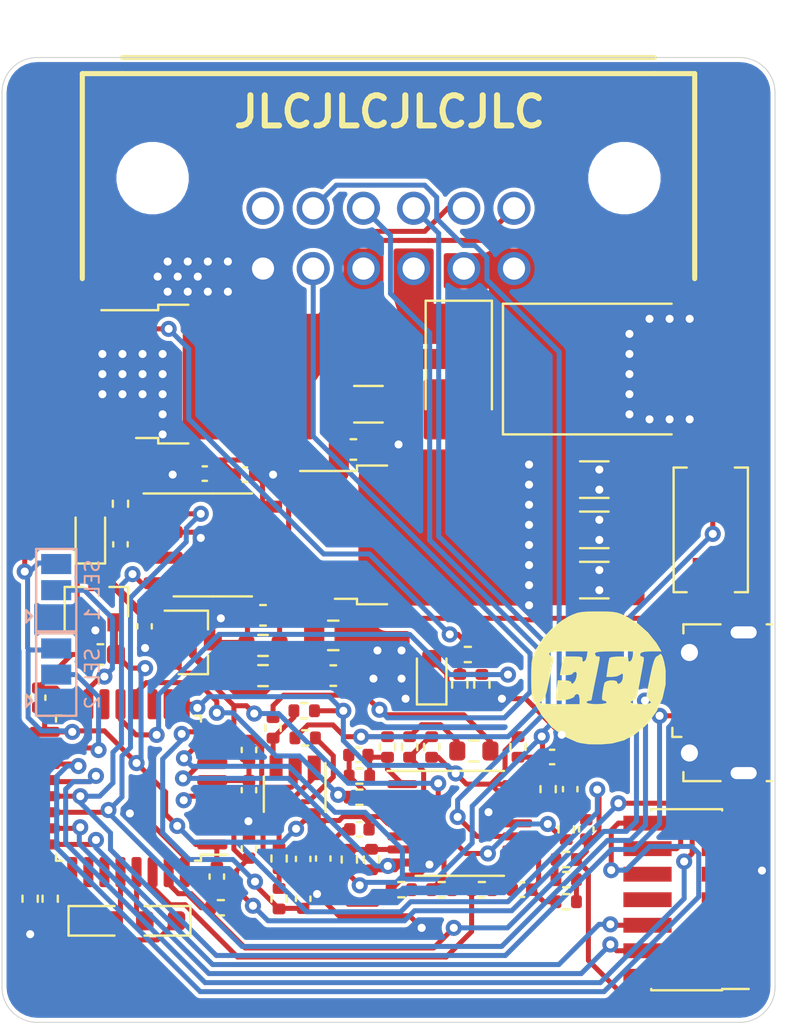
<source format=kicad_pcb>
(kicad_pcb (version 20171130) (host pcbnew "(5.1.10)-1")
  (layers (0 F.Cu signal) (31 B.Cu signal) (34 B.Paste user) (35 F.Paste user) (36 B.SilkS user) (37 F.SilkS user) (38 B.Mask user) (39 F.Mask user) (44 Edge.Cuts user))
  (net 0 "")
  (net 1 GND)
  (net 2 "Net-(C1-Pad1)")
  (net 3 +5V)
  (net 4 12V_RAW)
  (net 5 +3V3)
  (net 6 "Net-(C5-Pad2)")
  (net 7 "Net-(C5-Pad1)")
  (net 8 /LSU_Vm)
  (net 9 /LSU_Heater+)
  (net 10 "Net-(C12-Pad2)")
  (net 11 /LSU_Un)
  (net 12 /Ip_sense)
  (net 13 "Net-(C15-Pad1)")
  (net 14 VDDA)
  (net 15 /CAN_H)
  (net 16 /CAN_L)
  (net 17 /nRESET)
  (net 18 "Net-(D2-Pad2)")
  (net 19 /LED_BLUE)
  (net 20 "Net-(D4-Pad1)")
  (net 21 /LED_GREEN)
  (net 22 "Net-(D5-Pad1)")
  (net 23 "Net-(D6-Pad2)")
  (net 24 /LSU_Ip)
  (net 25 /LSU_Heater-)
  (net 26 "Net-(J1-Pad7)")
  (net 27 /LSU_Rtrim)
  (net 28 /CAN_RX)
  (net 29 /CAN_TX)
  (net 30 /UART_TX)
  (net 31 /UART_RX)
  (net 32 "Net-(J3-Pad10)")
  (net 33 "Net-(J3-Pad9)")
  (net 34 "Net-(J3-Pad8)")
  (net 35 /SWCLK)
  (net 36 /SWDIO)
  (net 37 "Net-(J3-Pad2)")
  (net 38 "Net-(J3-Pad1)")
  (net 39 /SEL_1)
  (net 40 /SEL_2)
  (net 41 "Net-(Q1-Pad1)")
  (net 42 /Ip_dac)
  (net 43 /Vm)
  (net 44 "Net-(R4-Pad1)")
  (net 45 "Net-(R11-Pad1)")
  (net 46 "Net-(R12-Pad1)")
  (net 47 "Net-(R14-Pad1)")
  (net 48 "Net-(R15-Pad2)")
  (net 49 "Net-(R16-Pad2)")
  (net 50 /LSU_Un_sense)
  (net 51 /Nernst_esr_drive)
  (net 52 /Un_sense)
  (net 53 "Net-(R21-Pad2)")
  (net 54 "Net-(R22-Pad1)")
  (net 55 /Boot0)
  (net 56 /heater_pwm)
  (net 57 "Net-(U7-Pad27)")
  (net 58 "Net-(U7-Pad26)")
  (net 59 "Net-(U7-Pad25)")
  (net 60 "Net-(U7-Pad14)")
  (net 61 "Net-(U7-Pad11)")
  (net 62 "Net-(U7-Pad10)")
  (net 63 "Net-(U7-Pad3)")
  (net 64 "Net-(U7-Pad2)")
  (net 65 "Net-(J2-Pad4)")
  (module Lib_wideband_2.0:LOGO (layer F.Cu) (at 145.2 89.4)
    (fp_text reference G? hide)
    (fp_text value LOGO hide)
  )
  (module Lib_wideband_2.0:JAE_MX23A12NF1 (layer F.Cu) (at 134.75 64.5 180)
    (fp_text reference J1 hide)
    (fp_text value Conn_02x06_Top_Bottom)
    (pad 1 thru_hole rect (at 6.25 -4.5 180) (size 1.65 1.65) (drill 1.1) (layers *.Cu *.Mask) (net 1 GND))
    (pad 2 thru_hole circle (at 3.75 -4.5 180) (size 1.65 1.65) (drill 1.1) (layers *.Cu *.Mask) (net 24 /LSU_Ip))
    (pad 3 thru_hole circle (at 1.25 -4.5 180) (size 1.65 1.65) (drill 1.1) (layers *.Cu *.Mask) (net 25 /LSU_Heater-))
    (pad 4 thru_hole circle (at -1.25 -4.5 180) (size 1.65 1.65) (drill 1.1) (layers *.Cu *.Mask) (net 9 /LSU_Heater+))
    (pad 5 thru_hole circle (at -3.75 -4.5 180) (size 1.65 1.65) (drill 1.1) (layers *.Cu *.Mask) (net 4 12V_RAW))
    (pad 6 thru_hole circle (at -6.25 -4.5 180) (size 1.65 1.65) (drill 1.1) (layers *.Cu *.Mask) (net 4 12V_RAW))
    (pad 7 thru_hole circle (at 6.25 -1.5 180) (size 1.65 1.65) (drill 1.1) (layers *.Cu *.Mask) (net 26 "Net-(J1-Pad7)"))
    (pad 8 thru_hole circle (at 3.75 -1.5 180) (size 1.65 1.65) (drill 1.1) (layers *.Cu *.Mask) (net 8 /LSU_Vm))
    (pad 9 thru_hole circle (at 1.25 -1.5 180) (size 1.65 1.65) (drill 1.1) (layers *.Cu *.Mask) (net 27 /LSU_Rtrim))
    (pad 10 thru_hole circle (at -1.25 -1.5 180) (size 1.65 1.65) (drill 1.1) (layers *.Cu *.Mask) (net 11 /LSU_Un))
    (pad 11 thru_hole circle (at -3.75 -1.5 180) (size 1.65 1.65) (drill 1.1) (layers *.Cu *.Mask) (net 15 /CAN_H))
    (pad 12 thru_hole circle (at -6.25 -1.5 180) (size 1.65 1.65) (drill 1.1) (layers *.Cu *.Mask) (net 16 /CAN_L))
    (pad None np_thru_hole circle (at -11.75 0 180) (size 3.2 3.2) (drill 3.2) (layers *.Cu *.Mask))
    (pad None np_thru_hole circle (at 11.75 0 180) (size 3.2 3.2) (drill 3.2) (layers *.Cu *.Mask))
  )
  (module Package_QFP:LQFP-32_7x7mm_P0.8mm (layer F.Cu) (at 121.8 94.85 180)
    (fp_text reference U7 hide)
    (fp_text value STM32F042K6Tx)
    (pad 32 smd roundrect (at -2.8 -4.175 180) (size 0.5 1.5) (layers F.Cu F.Paste F.Mask) (net 1 GND))
    (pad 31 smd roundrect (at -2 -4.175 180) (size 0.5 1.5) (layers F.Cu F.Paste F.Mask) (net 55 /Boot0))
    (pad 30 smd roundrect (at -1.2 -4.175 180) (size 0.5 1.5) (layers F.Cu F.Paste F.Mask) (net 51 /Nernst_esr_drive))
    (pad 29 smd roundrect (at -0.4 -4.175 180) (size 0.5 1.5) (layers F.Cu F.Paste F.Mask) (net 21 /LED_GREEN))
    (pad 28 smd roundrect (at 0.4 -4.175 180) (size 0.5 1.5) (layers F.Cu F.Paste F.Mask) (net 19 /LED_BLUE))
    (pad 27 smd roundrect (at 1.2 -4.175 180) (size 0.5 1.5) (layers F.Cu F.Paste F.Mask) (net 57 "Net-(U7-Pad27)"))
    (pad 26 smd roundrect (at 2 -4.175 180) (size 0.5 1.5) (layers F.Cu F.Paste F.Mask) (net 58 "Net-(U7-Pad26)"))
    (pad 25 smd roundrect (at 2.8 -4.175 180) (size 0.5 1.5) (layers F.Cu F.Paste F.Mask) (net 59 "Net-(U7-Pad25)"))
    (pad 24 smd roundrect (at 4.175 -2.8 180) (size 1.5 0.5) (layers F.Cu F.Paste F.Mask) (net 35 /SWCLK))
    (pad 23 smd roundrect (at 4.175 -2 180) (size 1.5 0.5) (layers F.Cu F.Paste F.Mask) (net 36 /SWDIO))
    (pad 22 smd roundrect (at 4.175 -1.2 180) (size 1.5 0.5) (layers F.Cu F.Paste F.Mask) (net 29 /CAN_TX))
    (pad 21 smd roundrect (at 4.175 -0.4 180) (size 1.5 0.5) (layers F.Cu F.Paste F.Mask) (net 28 /CAN_RX))
    (pad 20 smd roundrect (at 4.175 0.4 180) (size 1.5 0.5) (layers F.Cu F.Paste F.Mask) (net 31 /UART_RX))
    (pad 19 smd roundrect (at 4.175 1.2 180) (size 1.5 0.5) (layers F.Cu F.Paste F.Mask) (net 30 /UART_TX))
    (pad 18 smd roundrect (at 4.175 2 180) (size 1.5 0.5) (layers F.Cu F.Paste F.Mask) (net 40 /SEL_2))
    (pad 17 smd roundrect (at 4.175 2.8 180) (size 1.5 0.5) (layers F.Cu F.Paste F.Mask) (net 5 +3V3))
    (pad 16 smd roundrect (at 2.8 4.175 180) (size 0.5 1.5) (layers F.Cu F.Paste F.Mask) (net 1 GND))
    (pad 15 smd roundrect (at 2 4.175 180) (size 0.5 1.5) (layers F.Cu F.Paste F.Mask) (net 39 /SEL_1))
    (pad 14 smd roundrect (at 1.2 4.175 180) (size 0.5 1.5) (layers F.Cu F.Paste F.Mask) (net 60 "Net-(U7-Pad14)"))
    (pad 13 smd roundrect (at 0.4 4.175 180) (size 0.5 1.5) (layers F.Cu F.Paste F.Mask) (net 56 /heater_pwm))
    (pad 12 smd roundrect (at -0.4 4.175 180) (size 0.5 1.5) (layers F.Cu F.Paste F.Mask) (net 42 /Ip_dac))
    (pad 11 smd roundrect (at -1.2 4.175 180) (size 0.5 1.5) (layers F.Cu F.Paste F.Mask) (net 61 "Net-(U7-Pad11)"))
    (pad 10 smd roundrect (at -2 4.175 180) (size 0.5 1.5) (layers F.Cu F.Paste F.Mask) (net 62 "Net-(U7-Pad10)"))
    (pad 9 smd roundrect (at -2.8 4.175 180) (size 0.5 1.5) (layers F.Cu F.Paste F.Mask) (net 43 /Vm))
    (pad 8 smd roundrect (at -4.175 2.8 180) (size 1.5 0.5) (layers F.Cu F.Paste F.Mask) (net 12 /Ip_sense))
    (pad 7 smd roundrect (at -4.175 2 180) (size 1.5 0.5) (layers F.Cu F.Paste F.Mask) (net 8 /LSU_Vm))
    (pad 6 smd roundrect (at -4.175 1.2 180) (size 1.5 0.5) (layers F.Cu F.Paste F.Mask) (net 52 /Un_sense))
    (pad 5 smd roundrect (at -4.175 0.4 180) (size 1.5 0.5) (layers F.Cu F.Paste F.Mask) (net 14 VDDA))
    (pad 4 smd roundrect (at -4.175 -0.4 180) (size 1.5 0.5) (layers F.Cu F.Paste F.Mask) (net 17 /nRESET))
    (pad 3 smd roundrect (at -4.175 -1.2 180) (size 1.5 0.5) (layers F.Cu F.Paste F.Mask) (net 63 "Net-(U7-Pad3)"))
    (pad 2 smd roundrect (at -4.175 -2 180) (size 1.5 0.5) (layers F.Cu F.Paste F.Mask) (net 64 "Net-(U7-Pad2)"))
    (pad 1 smd roundrect (at -4.175 -2.8 180) (size 1.5 0.5) (layers F.Cu F.Paste F.Mask) (net 5 +3V3))
  )
  (module Package_SO:TSSOP-14_4.4x5mm_P0.65mm (layer F.Cu) (at 138.3 96.6)
    (fp_text reference U2 hide)
    (fp_text value MCP6004)
    (pad 14 smd roundrect (at 2.8625 -1.95) (size 1.475 0.4) (layers F.Cu F.Paste F.Mask) (net 43 /Vm))
    (pad 13 smd roundrect (at 2.8625 -1.3) (size 1.475 0.4) (layers F.Cu F.Paste F.Mask) (net 43 /Vm))
    (pad 12 smd roundrect (at 2.8625 -0.65) (size 1.475 0.4) (layers F.Cu F.Paste F.Mask) (net 2 "Net-(C1-Pad1)"))
    (pad 11 smd roundrect (at 2.8625 0) (size 1.475 0.4) (layers F.Cu F.Paste F.Mask) (net 1 GND))
    (pad 10 smd roundrect (at 2.8625 0.65) (size 1.475 0.4) (layers F.Cu F.Paste F.Mask) (net 11 /LSU_Un))
    (pad 9 smd roundrect (at 2.8625 1.3) (size 1.475 0.4) (layers F.Cu F.Paste F.Mask) (net 50 /LSU_Un_sense))
    (pad 8 smd roundrect (at 2.8625 1.95) (size 1.475 0.4) (layers F.Cu F.Paste F.Mask) (net 50 /LSU_Un_sense))
    (pad 7 smd roundrect (at -2.8625 1.95) (size 1.475 0.4) (layers F.Cu F.Paste F.Mask) (net 52 /Un_sense))
    (pad 6 smd roundrect (at -2.8625 1.3) (size 1.475 0.4) (layers F.Cu F.Paste F.Mask) (net 48 "Net-(R15-Pad2)"))
    (pad 5 smd roundrect (at -2.8625 0.65) (size 1.475 0.4) (layers F.Cu F.Paste F.Mask) (net 49 "Net-(R16-Pad2)"))
    (pad 4 smd roundrect (at -2.8625 0) (size 1.475 0.4) (layers F.Cu F.Paste F.Mask) (net 5 +3V3))
    (pad 3 smd roundrect (at -2.8625 -0.65) (size 1.475 0.4) (layers F.Cu F.Paste F.Mask) (net 44 "Net-(R4-Pad1)"))
    (pad 2 smd roundrect (at -2.8625 -1.3) (size 1.475 0.4) (layers F.Cu F.Paste F.Mask) (net 6 "Net-(C5-Pad2)"))
    (pad 1 smd roundrect (at -2.8625 -1.95) (size 1.475 0.4) (layers F.Cu F.Paste F.Mask) (net 7 "Net-(C5-Pad1)"))
  )
  (module Connector_USB:USB_Micro-B_Molex-105017-0001 (layer F.Cu) (at 151.2 90.6 90)
    (fp_text reference J2 hide)
    (fp_text value USB_B_Micro)
    (pad 6 smd rect (at -2.9 1.2375 90) (size 1.2 1.9) (layers F.Cu F.Mask) (net 1 GND))
    (pad 6 smd rect (at 2.9 1.2375 90) (size 1.2 1.9) (layers F.Cu F.Mask) (net 1 GND))
    (pad 6 thru_hole oval (at 3.5 1.2375 90) (size 1.2 1.9) (drill oval 0.6 1.3) (layers *.Cu *.Mask) (net 1 GND))
    (pad 6 thru_hole oval (at -3.5 1.2375 270) (size 1.2 1.9) (drill oval 0.6 1.3) (layers *.Cu *.Mask) (net 1 GND))
    (pad 6 smd rect (at -1 1.2375 90) (size 1.5 1.9) (layers F.Cu F.Paste F.Mask) (net 1 GND))
    (pad 6 thru_hole circle (at 2.5 -1.4625 90) (size 1.45 1.45) (drill 0.85) (layers *.Cu *.Mask) (net 1 GND))
    (pad 3 smd rect (at 0 -1.4625 90) (size 0.4 1.35) (layers F.Cu F.Paste F.Mask) (net 29 /CAN_TX))
    (pad 4 smd rect (at 0.65 -1.4625 90) (size 0.4 1.35) (layers F.Cu F.Paste F.Mask) (net 65 "Net-(J2-Pad4)"))
    (pad 5 smd rect (at 1.3 -1.4625 90) (size 0.4 1.35) (layers F.Cu F.Paste F.Mask) (net 1 GND))
    (pad 1 smd rect (at -1.3 -1.4625 90) (size 0.4 1.35) (layers F.Cu F.Paste F.Mask) (net 3 +5V))
    (pad 2 smd rect (at -0.65 -1.4625 90) (size 0.4 1.35) (layers F.Cu F.Paste F.Mask) (net 28 /CAN_RX))
    (pad 6 thru_hole circle (at -2.5 -1.4625 90) (size 1.45 1.45) (drill 0.85) (layers *.Cu *.Mask) (net 1 GND))
    (pad 6 smd rect (at 1 1.2375 90) (size 1.5 1.9) (layers F.Cu F.Paste F.Mask) (net 1 GND))
  )
  (module Diode_SMD:D_SMC (layer F.Cu) (at 145.25 74)
    (fp_text reference D1 hide)
    (fp_text value D_TVS)
    (pad 2 smd rect (at 3.4 0 90) (size 3.3 2.5) (layers F.Cu F.Paste F.Mask) (net 1 GND))
    (pad 1 smd rect (at -3.4 0 90) (size 3.3 2.5) (layers F.Cu F.Paste F.Mask) (net 4 12V_RAW))
  )
  (module Package_TO_SOT_SMD:SOT-23 (layer F.Cu) (at 125 87.6)
    (fp_text reference U6 hide)
    (fp_text value REF3033)
    (pad 3 smd rect (at 1 0) (size 0.9 0.8) (layers F.Cu F.Paste F.Mask) (net 1 GND))
    (pad 2 smd rect (at -1 0.95) (size 0.9 0.8) (layers F.Cu F.Paste F.Mask) (net 14 VDDA))
    (pad 1 smd rect (at -1 -0.95) (size 0.9 0.8) (layers F.Cu F.Paste F.Mask) (net 3 +5V))
  )
  (module Package_SO:SOIC-8_3.9x4.9mm_P1.27mm (layer F.Cu) (at 126 82.75)
    (fp_text reference U5 hide)
    (fp_text value TJA1051T-3)
    (pad 8 smd roundrect (at 2.475 -1.905) (size 1.95 0.6) (layers F.Cu F.Paste F.Mask) (net 1 GND))
    (pad 7 smd roundrect (at 2.475 -0.635) (size 1.95 0.6) (layers F.Cu F.Paste F.Mask) (net 15 /CAN_H))
    (pad 6 smd roundrect (at 2.475 0.635) (size 1.95 0.6) (layers F.Cu F.Paste F.Mask) (net 16 /CAN_L))
    (pad 5 smd roundrect (at 2.475 1.905) (size 1.95 0.6) (layers F.Cu F.Paste F.Mask) (net 13 "Net-(C15-Pad1)"))
    (pad 4 smd roundrect (at -2.475 1.905) (size 1.95 0.6) (layers F.Cu F.Paste F.Mask) (net 28 /CAN_RX))
    (pad 3 smd roundrect (at -2.475 0.635) (size 1.95 0.6) (layers F.Cu F.Paste F.Mask) (net 3 +5V))
    (pad 2 smd roundrect (at -2.475 -0.635) (size 1.95 0.6) (layers F.Cu F.Paste F.Mask) (net 1 GND))
    (pad 1 smd roundrect (at -2.475 -1.905) (size 1.95 0.6) (layers F.Cu F.Paste F.Mask) (net 29 /CAN_TX))
  )
  (module Package_TO_SOT_SMD:TSOT-23-5 (layer F.Cu) (at 130.1 95.15 270)
    (fp_text reference U4 hide)
    (fp_text value AD8628)
    (pad 5 smd rect (at 1.31 -0.95 270) (size 1.22 0.65) (layers F.Cu F.Paste F.Mask) (net 5 +3V3))
    (pad 4 smd rect (at 1.31 0.95 270) (size 1.22 0.65) (layers F.Cu F.Paste F.Mask) (net 45 "Net-(R11-Pad1)"))
    (pad 3 smd rect (at -1.31 0.95 270) (size 1.22 0.65) (layers F.Cu F.Paste F.Mask) (net 46 "Net-(R12-Pad1)"))
    (pad 2 smd rect (at -1.31 0 270) (size 1.22 0.65) (layers F.Cu F.Paste F.Mask) (net 1 GND))
    (pad 1 smd rect (at -1.31 -0.95 270) (size 1.22 0.65) (layers F.Cu F.Paste F.Mask) (net 47 "Net-(R14-Pad1)"))
  )
  (module Package_TO_SOT_SMD:TO-252-2 (layer F.Cu) (at 135.65 82.25)
    (fp_text reference U3 hide)
    (fp_text value LM78M05_TO252)
    (pad 2 smd rect (at 2.1 0) (size 6.4 5.8) (layers F.Cu F.Mask) (net 1 GND))
    (pad 3 smd rect (at -4.2 2.28) (size 2.2 1.2) (layers F.Cu F.Paste F.Mask) (net 3 +5V))
    (pad 1 smd rect (at -4.2 -2.28) (size 2.2 1.2) (layers F.Cu F.Paste F.Mask) (net 9 /LSU_Heater+))
  )
  (module Package_TO_SOT_SMD:SOT-23 (layer F.Cu) (at 120.2 85.6 90)
    (fp_text reference U1 hide)
    (fp_text value XC6206P332MR)
    (pad 3 smd rect (at 1 0 90) (size 0.9 0.8) (layers F.Cu F.Paste F.Mask) (net 3 +5V))
    (pad 2 smd rect (at -1 0.95 90) (size 0.9 0.8) (layers F.Cu F.Paste F.Mask) (net 5 +3V3))
    (pad 1 smd rect (at -1 -0.95 90) (size 0.9 0.8) (layers F.Cu F.Paste F.Mask) (net 1 GND))
  )
  (module Lib_wideband_2.0:TS-1088 (layer F.Cu) (at 150.8 82 270)
    (fp_text reference SW1 hide)
    (fp_text value SW_Push)
    (pad 2 smd rect (at 2.07 0 270) (size 1.35 1.8) (layers F.Cu F.Paste F.Mask) (net 3 +5V))
    (pad 1 smd rect (at -2.075 0 270) (size 1.35 1.8) (layers F.Cu F.Paste F.Mask) (net 55 /Boot0))
  )
  (module Resistor_SMD:R_0402_1005Metric (layer F.Cu) (at 138.7 88.2 180)
    (fp_text reference R31 hide)
    (fp_text value 1k)
    (pad 2 smd roundrect (at 0.51 0 180) (size 0.54 0.64) (layers F.Cu F.Paste F.Mask) (net 56 /heater_pwm))
    (pad 1 smd roundrect (at -0.51 0 180) (size 0.54 0.64) (layers F.Cu F.Paste F.Mask) (net 41 "Net-(Q1-Pad1)"))
  )
  (module Resistor_SMD:R_0402_1005Metric (layer F.Cu) (at 139.4 89.7 90)
    (fp_text reference R30 hide)
    (fp_text value 1k)
    (pad 2 smd roundrect (at 0.51 0 90) (size 0.54 0.64) (layers F.Cu F.Paste F.Mask) (net 56 /heater_pwm))
    (pad 1 smd roundrect (at -0.51 0 90) (size 0.54 0.64) (layers F.Cu F.Paste F.Mask) (net 1 GND))
  )
  (module Resistor_SMD:R_0402_1005Metric (layer F.Cu) (at 138.3 89.7 90)
    (fp_text reference R29 hide)
    (fp_text value 1k)
    (pad 2 smd roundrect (at 0.51 0 90) (size 0.54 0.64) (layers F.Cu F.Paste F.Mask) (net 56 /heater_pwm))
    (pad 1 smd roundrect (at -0.51 0 90) (size 0.54 0.64) (layers F.Cu F.Paste F.Mask) (net 23 "Net-(D6-Pad2)"))
  )
  (module Resistor_SMD:R_0402_1005Metric (layer F.Cu) (at 126.4 100.8 180)
    (fp_text reference R28 hide)
    (fp_text value 10k)
    (pad 2 smd roundrect (at 0.51 0 180) (size 0.54 0.64) (layers F.Cu F.Paste F.Mask) (net 55 /Boot0))
    (pad 1 smd roundrect (at -0.51 0 180) (size 0.54 0.64) (layers F.Cu F.Paste F.Mask) (net 1 GND))
  )
  (module Resistor_SMD:R_0402_1005Metric (layer F.Cu) (at 116.9 100.35 270)
    (fp_text reference R27 hide)
    (fp_text value 1k)
    (pad 2 smd roundrect (at 0.51 0 270) (size 0.54 0.64) (layers F.Cu F.Paste F.Mask) (net 22 "Net-(D5-Pad1)"))
    (pad 1 smd roundrect (at -0.51 0 270) (size 0.54 0.64) (layers F.Cu F.Paste F.Mask) (net 1 GND))
  )
  (module Resistor_SMD:R_0402_1005Metric (layer F.Cu) (at 117.9 100.35 270)
    (fp_text reference R26 hide)
    (fp_text value 1k)
    (pad 2 smd roundrect (at 0.51 0 270) (size 0.54 0.64) (layers F.Cu F.Paste F.Mask) (net 20 "Net-(D4-Pad1)"))
    (pad 1 smd roundrect (at -0.51 0 270) (size 0.54 0.64) (layers F.Cu F.Paste F.Mask) (net 1 GND))
  )
  (module Resistor_SMD:R_0402_1005Metric (layer F.Cu) (at 143.6 98.4 180)
    (fp_text reference R25 hide)
    (fp_text value 20k)
    (pad 2 smd roundrect (at 0.51 0 180) (size 0.54 0.64) (layers F.Cu F.Paste F.Mask) (net 54 "Net-(R22-Pad1)"))
    (pad 1 smd roundrect (at -0.51 0 180) (size 0.54 0.64) (layers F.Cu F.Paste F.Mask) (net 5 +3V3))
  )
  (module Resistor_SMD:R_0603_1608Metric (layer F.Cu) (at 128.5 87.75 180)
    (fp_text reference R24 hide)
    (fp_text value 470)
    (pad 2 smd roundrect (at 0.825 0 180) (size 0.8 0.95) (layers F.Cu F.Paste F.Mask) (net 1 GND))
    (pad 1 smd roundrect (at -0.825 0 180) (size 0.8 0.95) (layers F.Cu F.Paste F.Mask) (net 13 "Net-(C15-Pad1)"))
  )
  (module Resistor_SMD:R_0603_1608Metric (layer F.Cu) (at 128.5 89.25 180)
    (fp_text reference R23 hide)
    (fp_text value 220)
    (pad 2 smd roundrect (at 0.825 0 180) (size 0.8 0.95) (layers F.Cu F.Paste F.Mask) (net 13 "Net-(C15-Pad1)"))
    (pad 1 smd roundrect (at -0.825 0 180) (size 0.8 0.95) (layers F.Cu F.Paste F.Mask) (net 3 +5V))
  )
  (module Resistor_SMD:R_0402_1005Metric (layer F.Cu) (at 143.6 99.4)
    (fp_text reference R22 hide)
    (fp_text value 20k)
    (pad 2 smd roundrect (at 0.51 0) (size 0.54 0.64) (layers F.Cu F.Paste F.Mask) (net 53 "Net-(R21-Pad2)"))
    (pad 1 smd roundrect (at -0.51 0) (size 0.54 0.64) (layers F.Cu F.Paste F.Mask) (net 54 "Net-(R22-Pad1)"))
  )
  (module Resistor_SMD:R_0402_1005Metric (layer F.Cu) (at 143.6 100.5)
    (fp_text reference R21 hide)
    (fp_text value 20k)
    (pad 2 smd roundrect (at 0.51 0) (size 0.54 0.64) (layers F.Cu F.Paste F.Mask) (net 53 "Net-(R21-Pad2)"))
    (pad 1 smd roundrect (at -0.51 0) (size 0.54 0.64) (layers F.Cu F.Paste F.Mask) (net 11 /LSU_Un))
  )
  (module Resistor_SMD:R_0402_1005Metric (layer F.Cu) (at 133.9 98.4 270)
    (fp_text reference R20 hide)
    (fp_text value 27k)
    (pad 2 smd roundrect (at 0.51 0 270) (size 0.54 0.64) (layers F.Cu F.Paste F.Mask) (net 52 /Un_sense))
    (pad 1 smd roundrect (at -0.51 0 270) (size 0.54 0.64) (layers F.Cu F.Paste F.Mask) (net 48 "Net-(R15-Pad2)"))
  )
  (module Resistor_SMD:R_0402_1005Metric (layer F.Cu) (at 129.3 100.35 270)
    (fp_text reference R19 hide)
    (fp_text value 3.3k)
    (pad 2 smd roundrect (at 0.51 0 270) (size 0.54 0.64) (layers F.Cu F.Paste F.Mask) (net 12 /Ip_sense))
    (pad 1 smd roundrect (at -0.51 0 270) (size 0.54 0.64) (layers F.Cu F.Paste F.Mask) (net 47 "Net-(R14-Pad1)"))
  )
  (module Resistor_SMD:R_0402_1005Metric (layer F.Cu) (at 139.4 99.9)
    (fp_text reference R18 hide)
    (fp_text value 22k)
    (pad 2 smd roundrect (at 0.51 0) (size 0.54 0.64) (layers F.Cu F.Paste F.Mask) (net 10 "Net-(C12-Pad2)"))
    (pad 1 smd roundrect (at -0.51 0) (size 0.54 0.64) (layers F.Cu F.Paste F.Mask) (net 51 /Nernst_esr_drive))
  )
  (module Resistor_SMD:R_0402_1005Metric (layer F.Cu) (at 135.39 99.9 180)
    (fp_text reference R17 hide)
    (fp_text value 27k)
    (pad 2 smd roundrect (at 0.51 0 180) (size 0.54 0.64) (layers F.Cu F.Paste F.Mask) (net 1 GND))
    (pad 1 smd roundrect (at -0.51 0 180) (size 0.54 0.64) (layers F.Cu F.Paste F.Mask) (net 49 "Net-(R16-Pad2)"))
  )
  (module Resistor_SMD:R_0402_1005Metric (layer F.Cu) (at 137.4 99.9 180)
    (fp_text reference R16 hide)
    (fp_text value 10k)
    (pad 2 smd roundrect (at 0.51 0 180) (size 0.54 0.64) (layers F.Cu F.Paste F.Mask) (net 49 "Net-(R16-Pad2)"))
    (pad 1 smd roundrect (at -0.51 0 180) (size 0.54 0.64) (layers F.Cu F.Paste F.Mask) (net 50 /LSU_Un_sense))
  )
  (module Resistor_SMD:R_0402_1005Metric (layer F.Cu) (at 132.8 98.4 90)
    (fp_text reference R15 hide)
    (fp_text value 10k)
    (pad 2 smd roundrect (at 0.51 0 90) (size 0.54 0.64) (layers F.Cu F.Paste F.Mask) (net 48 "Net-(R15-Pad2)"))
    (pad 1 smd roundrect (at -0.51 0 90) (size 0.54 0.64) (layers F.Cu F.Paste F.Mask) (net 8 /LSU_Vm))
  )
  (module Resistor_SMD:R_0402_1005Metric (layer F.Cu) (at 129.3 98.35 90)
    (fp_text reference R14 hide)
    (fp_text value 100k)
    (pad 2 smd roundrect (at 0.51 0 90) (size 0.54 0.64) (layers F.Cu F.Paste F.Mask) (net 45 "Net-(R11-Pad1)"))
    (pad 1 smd roundrect (at -0.51 0 90) (size 0.54 0.64) (layers F.Cu F.Paste F.Mask) (net 47 "Net-(R14-Pad1)"))
  )
  (module Resistor_SMD:R_0402_1005Metric (layer F.Cu) (at 130.55 91)
    (fp_text reference R13 hide)
    (fp_text value 100k)
    (pad 2 smd roundrect (at 0.51 0) (size 0.54 0.64) (layers F.Cu F.Paste F.Mask) (net 43 /Vm))
    (pad 1 smd roundrect (at -0.51 0) (size 0.54 0.64) (layers F.Cu F.Paste F.Mask) (net 46 "Net-(R12-Pad1)"))
  )
  (module Resistor_SMD:R_0402_1005Metric (layer F.Cu) (at 129 91.85 90)
    (fp_text reference R12 hide)
    (fp_text value 10k)
    (pad 2 smd roundrect (at 0.51 0 90) (size 0.54 0.64) (layers F.Cu F.Paste F.Mask) (net 24 /LSU_Ip))
    (pad 1 smd roundrect (at -0.51 0 90) (size 0.54 0.64) (layers F.Cu F.Paste F.Mask) (net 46 "Net-(R12-Pad1)"))
  )
  (module Resistor_SMD:R_0402_1005Metric (layer F.Cu) (at 130.6 92.35 180)
    (fp_text reference R11 hide)
    (fp_text value 10k)
    (pad 2 smd roundrect (at 0.51 0 180) (size 0.54 0.64) (layers F.Cu F.Paste F.Mask) (net 27 /LSU_Rtrim))
    (pad 1 smd roundrect (at -0.51 0 180) (size 0.54 0.64) (layers F.Cu F.Paste F.Mask) (net 45 "Net-(R11-Pad1)"))
  )
  (module Resistor_SMD:R_0603_1608Metric (layer F.Cu) (at 139 93)
    (fp_text reference R10 hide)
    (fp_text value 61.9)
    (pad 2 smd roundrect (at 0.825 0) (size 0.8 0.95) (layers F.Cu F.Paste F.Mask) (net 24 /LSU_Ip))
    (pad 1 smd roundrect (at -0.825 0) (size 0.8 0.95) (layers F.Cu F.Paste F.Mask) (net 27 /LSU_Rtrim))
  )
  (module Resistor_SMD:R_0402_1005Metric (layer F.Cu) (at 121.4 80.7 90)
    (fp_text reference R9 hide)
    (fp_text value 1k)
    (pad 2 smd roundrect (at 0.51 0 90) (size 0.54 0.64) (layers F.Cu F.Paste F.Mask) (net 5 +3V3))
    (pad 1 smd roundrect (at -0.51 0 90) (size 0.54 0.64) (layers F.Cu F.Paste F.Mask) (net 18 "Net-(D2-Pad2)"))
  )
  (module Resistor_SMD:R_0402_1005Metric (layer F.Cu) (at 134.7 92.8 270)
    (fp_text reference R8 hide)
    (fp_text value 47)
    (pad 2 smd roundrect (at 0.51 0 270) (size 0.54 0.64) (layers F.Cu F.Paste F.Mask) (net 7 "Net-(C5-Pad1)"))
    (pad 1 smd roundrect (at -0.51 0 270) (size 0.54 0.64) (layers F.Cu F.Paste F.Mask) (net 27 /LSU_Rtrim))
  )
  (module Resistor_SMD:R_0402_1005Metric (layer F.Cu) (at 141.2 92.8 90)
    (fp_text reference R7 hide)
    (fp_text value 10)
    (pad 2 smd roundrect (at 0.51 0 90) (size 0.54 0.64) (layers F.Cu F.Paste F.Mask) (net 43 /Vm))
    (pad 1 smd roundrect (at -0.51 0 90) (size 0.54 0.64) (layers F.Cu F.Paste F.Mask) (net 8 /LSU_Vm))
  )
  (module Resistor_SMD:R_0402_1005Metric (layer F.Cu) (at 135.8 92.8 270)
    (fp_text reference R6 hide)
    (fp_text value 10k)
    (pad 2 smd roundrect (at 0.51 0 270) (size 0.54 0.64) (layers F.Cu F.Paste F.Mask) (net 44 "Net-(R4-Pad1)"))
    (pad 1 smd roundrect (at -0.51 0 270) (size 0.54 0.64) (layers F.Cu F.Paste F.Mask) (net 27 /LSU_Rtrim))
  )
  (module Resistor_SMD:R_0402_1005Metric (layer F.Cu) (at 133.3 94.25 180)
    (fp_text reference R5 hide)
    (fp_text value 10k)
    (pad 2 smd roundrect (at 0.51 0 180) (size 0.54 0.64) (layers F.Cu F.Paste F.Mask) (net 6 "Net-(C5-Pad2)"))
    (pad 1 smd roundrect (at -0.51 0 180) (size 0.54 0.64) (layers F.Cu F.Paste F.Mask) (net 7 "Net-(C5-Pad1)"))
  )
  (module Resistor_SMD:R_0402_1005Metric (layer F.Cu) (at 136.9 92.8 270)
    (fp_text reference R4 hide)
    (fp_text value 68k)
    (pad 2 smd roundrect (at 0.51 0 270) (size 0.54 0.64) (layers F.Cu F.Paste F.Mask) (net 43 /Vm))
    (pad 1 smd roundrect (at -0.51 0 270) (size 0.54 0.64) (layers F.Cu F.Paste F.Mask) (net 44 "Net-(R4-Pad1)"))
  )
  (module Resistor_SMD:R_0402_1005Metric (layer F.Cu) (at 133.3 95.3)
    (fp_text reference R3 hide)
    (fp_text value 68k)
    (pad 2 smd roundrect (at 0.51 0) (size 0.54 0.64) (layers F.Cu F.Paste F.Mask) (net 6 "Net-(C5-Pad2)"))
    (pad 1 smd roundrect (at -0.51 0) (size 0.54 0.64) (layers F.Cu F.Paste F.Mask) (net 42 /Ip_dac))
  )
  (module Resistor_SMD:R_0402_1005Metric (layer F.Cu) (at 142.7 94.9 90)
    (fp_text reference R2 hide)
    (fp_text value 1k)
    (pad 2 smd roundrect (at 0.51 0 90) (size 0.54 0.64) (layers F.Cu F.Paste F.Mask) (net 1 GND))
    (pad 1 smd roundrect (at -0.51 0 90) (size 0.54 0.64) (layers F.Cu F.Paste F.Mask) (net 2 "Net-(C1-Pad1)"))
  )
  (module Resistor_SMD:R_0402_1005Metric (layer F.Cu) (at 143.6 96.9 90)
    (fp_text reference R1 hide)
    (fp_text value 1k)
    (pad 2 smd roundrect (at 0.51 0 90) (size 0.54 0.64) (layers F.Cu F.Paste F.Mask) (net 2 "Net-(C1-Pad1)"))
    (pad 1 smd roundrect (at -0.51 0 90) (size 0.54 0.64) (layers F.Cu F.Paste F.Mask) (net 14 VDDA))
  )
  (module Package_TO_SOT_SMD:TO-252-2 (layer F.Cu) (at 125.75 74.25)
    (fp_text reference Q1 hide)
    (fp_text value BTS3028)
    (pad 2 smd rect (at 2.1 0) (size 6.4 5.8) (layers F.Cu F.Mask) (net 25 /LSU_Heater-))
    (pad 3 smd rect (at -4.2 2.28) (size 2.2 1.2) (layers F.Cu F.Paste F.Mask) (net 1 GND))
    (pad 1 smd rect (at -4.2 -2.28) (size 2.2 1.2) (layers F.Cu F.Paste F.Mask) (net 41 "Net-(Q1-Pad1)"))
  )
  (module Jumper:SolderJumper-3_P1.3mm_Open_Pad1.0x1.5mm (layer B.Cu) (at 118.2 89.2 90)
    (fp_text reference JP2 hide)
    (fp_text value Jumper_3_Open hide)
    (pad 1 smd rect (at -1.3 0 90) (size 1 1.5) (layers B.Cu B.Mask) (net 1 GND))
    (pad 2 smd rect (at 0 0 90) (size 1 1.5) (layers B.Cu B.Mask) (net 40 /SEL_2))
    (pad 3 smd rect (at 1.3 0 90) (size 1 1.5) (layers B.Cu B.Mask) (net 5 +3V3))
  )
  (module Jumper:SolderJumper-3_P1.3mm_Open_Pad1.0x1.5mm (layer B.Cu) (at 118.2 85 90)
    (fp_text reference JP1 hide)
    (fp_text value Jumper_3_Open hide)
    (pad 1 smd rect (at -1.3 0 90) (size 1 1.5) (layers B.Cu B.Mask) (net 1 GND))
    (pad 2 smd rect (at 0 0 90) (size 1 1.5) (layers B.Cu B.Mask) (net 39 /SEL_1))
    (pad 3 smd rect (at 1.3 0 90) (size 1 1.5) (layers B.Cu B.Mask) (net 5 +3V3))
  )
  (module Connector_PinHeader_1.27mm:PinHeader_2x07_P1.27mm_Vertical_SMD (layer F.Cu) (at 149.6 100.4 180)
    (fp_text reference J3 hide)
    (fp_text value FTSH-107-01-F-DV-K hide)
    (pad 14 smd rect (at 1.95 3.81 180) (size 2.4 0.74) (layers F.Cu F.Paste F.Mask) (net 30 /UART_TX))
    (pad 13 smd rect (at -1.95 3.81 180) (size 2.4 0.74) (layers F.Cu F.Paste F.Mask) (net 31 /UART_RX))
    (pad 12 smd rect (at 1.95 2.54 180) (size 2.4 0.74) (layers F.Cu F.Paste F.Mask) (net 17 /nRESET))
    (pad 11 smd rect (at -1.95 2.54 180) (size 2.4 0.74) (layers F.Cu F.Paste F.Mask) (net 1 GND))
    (pad 10 smd rect (at 1.95 1.27 180) (size 2.4 0.74) (layers F.Cu F.Paste F.Mask) (net 32 "Net-(J3-Pad10)"))
    (pad 9 smd rect (at -1.95 1.27 180) (size 2.4 0.74) (layers F.Cu F.Paste F.Mask) (net 33 "Net-(J3-Pad9)"))
    (pad 8 smd rect (at 1.95 0 180) (size 2.4 0.74) (layers F.Cu F.Paste F.Mask) (net 34 "Net-(J3-Pad8)"))
    (pad 7 smd rect (at -1.95 0 180) (size 2.4 0.74) (layers F.Cu F.Paste F.Mask) (net 1 GND))
    (pad 6 smd rect (at 1.95 -1.27 180) (size 2.4 0.74) (layers F.Cu F.Paste F.Mask) (net 35 /SWCLK))
    (pad 5 smd rect (at -1.95 -1.27 180) (size 2.4 0.74) (layers F.Cu F.Paste F.Mask) (net 1 GND))
    (pad 4 smd rect (at 1.95 -2.54 180) (size 2.4 0.74) (layers F.Cu F.Paste F.Mask) (net 36 /SWDIO))
    (pad 3 smd rect (at -1.95 -2.54 180) (size 2.4 0.74) (layers F.Cu F.Paste F.Mask) (net 5 +3V3))
    (pad 2 smd rect (at 1.95 -3.81 180) (size 2.4 0.74) (layers F.Cu F.Paste F.Mask) (net 37 "Net-(J3-Pad2)"))
    (pad 1 smd rect (at -1.95 -3.81 180) (size 2.4 0.74) (layers F.Cu F.Paste F.Mask) (net 38 "Net-(J3-Pad1)"))
  )
  (module LED_SMD:LED_0603_1608Metric (layer F.Cu) (at 136.9 89.2 90)
    (fp_text reference D6 hide)
    (fp_text value RED)
    (pad 2 smd roundrect (at 0.7875 0 90) (size 0.875 0.95) (layers F.Cu F.Paste F.Mask) (net 23 "Net-(D6-Pad2)"))
    (pad 1 smd roundrect (at -0.7875 0 90) (size 0.875 0.95) (layers F.Cu F.Paste F.Mask) (net 1 GND))
  )
  (module LED_SMD:LED_0603_1608Metric (layer F.Cu) (at 123.4 101.45 180)
    (fp_text reference D5 hide)
    (fp_text value GREEN)
    (pad 2 smd roundrect (at 0.7875 0 180) (size 0.875 0.95) (layers F.Cu F.Paste F.Mask) (net 21 /LED_GREEN))
    (pad 1 smd roundrect (at -0.7875 0 180) (size 0.875 0.95) (layers F.Cu F.Paste F.Mask) (net 22 "Net-(D5-Pad1)"))
  )
  (module LED_SMD:LED_0603_1608Metric (layer F.Cu) (at 120.3 101.45)
    (fp_text reference D4 hide)
    (fp_text value BLUE)
    (pad 2 smd roundrect (at 0.7875 0) (size 0.875 0.95) (layers F.Cu F.Paste F.Mask) (net 19 /LED_BLUE))
    (pad 1 smd roundrect (at -0.7875 0) (size 0.875 0.95) (layers F.Cu F.Paste F.Mask) (net 20 "Net-(D4-Pad1)"))
  )
  (module Diode_SMD:D_SMA (layer F.Cu) (at 138.25 74 270)
    (fp_text reference D3 hide)
    (fp_text value D_Schottky)
    (pad 2 smd rect (at 2 0 270) (size 2.5 1.8) (layers F.Cu F.Paste F.Mask) (net 4 12V_RAW))
    (pad 1 smd rect (at -2 0 270) (size 2.5 1.8) (layers F.Cu F.Paste F.Mask) (net 9 /LSU_Heater+))
  )
  (module LED_SMD:LED_0603_1608Metric (layer F.Cu) (at 119.9 82.1875 90)
    (fp_text reference D2 hide)
    (fp_text value RED)
    (pad 2 smd roundrect (at 0.7875 0 90) (size 0.875 0.95) (layers F.Cu F.Paste F.Mask) (net 18 "Net-(D2-Pad2)"))
    (pad 1 smd roundrect (at -0.7875 0 90) (size 0.875 0.95) (layers F.Cu F.Paste F.Mask) (net 1 GND))
  )
  (module Capacitor_SMD:C_0402_1005Metric (layer F.Cu) (at 133.3 96.9 180)
    (fp_text reference C27 hide)
    (fp_text value DNP)
    (pad 2 smd roundrect (at 0.48 0 180) (size 0.56 0.62) (layers F.Cu F.Paste F.Mask) (net 1 GND))
    (pad 1 smd roundrect (at -0.48 0 180) (size 0.56 0.62) (layers F.Cu F.Paste F.Mask) (net 5 +3V3))
  )
  (module Capacitor_SMD:C_0402_1005Metric (layer F.Cu) (at 117.3 90.35 90)
    (fp_text reference C26 hide)
    (fp_text value 100n)
    (pad 2 smd roundrect (at 0.48 0 90) (size 0.56 0.62) (layers F.Cu F.Paste F.Mask) (net 1 GND))
    (pad 1 smd roundrect (at -0.48 0 90) (size 0.56 0.62) (layers F.Cu F.Paste F.Mask) (net 5 +3V3))
  )
  (module Capacitor_SMD:C_0402_1005Metric (layer F.Cu) (at 130.5 98.37 270)
    (fp_text reference C25 hide)
    (fp_text value DNP)
    (pad 2 smd roundrect (at 0.48 0 270) (size 0.56 0.62) (layers F.Cu F.Paste F.Mask) (net 1 GND))
    (pad 1 smd roundrect (at -0.48 0 270) (size 0.56 0.62) (layers F.Cu F.Paste F.Mask) (net 5 +3V3))
  )
  (module Capacitor_SMD:C_0402_1005Metric (layer F.Cu) (at 126.2 99.25 270)
    (fp_text reference C24 hide)
    (fp_text value 100n)
    (pad 2 smd roundrect (at 0.48 0 270) (size 0.56 0.62) (layers F.Cu F.Paste F.Mask) (net 1 GND))
    (pad 1 smd roundrect (at -0.48 0 270) (size 0.56 0.62) (layers F.Cu F.Paste F.Mask) (net 5 +3V3))
  )
  (module Capacitor_SMD:C_0402_1005Metric (layer F.Cu) (at 131.5 98.35 270)
    (fp_text reference C23 hide)
    (fp_text value 100n)
    (pad 2 smd roundrect (at 0.48 0 270) (size 0.56 0.62) (layers F.Cu F.Paste F.Mask) (net 1 GND))
    (pad 1 smd roundrect (at -0.48 0 270) (size 0.56 0.62) (layers F.Cu F.Paste F.Mask) (net 5 +3V3))
  )
  (module Capacitor_SMD:C_0402_1005Metric (layer F.Cu) (at 144.6 96.9 90)
    (fp_text reference C22 hide)
    (fp_text value 100n)
    (pad 2 smd roundrect (at 0.48 0 90) (size 0.56 0.62) (layers F.Cu F.Paste F.Mask) (net 1 GND))
    (pad 1 smd roundrect (at -0.48 0 90) (size 0.56 0.62) (layers F.Cu F.Paste F.Mask) (net 5 +3V3))
  )
  (module Capacitor_SMD:C_0402_1005Metric (layer F.Cu) (at 127.8 97.85 90)
    (fp_text reference C21 hide)
    (fp_text value 1u)
    (pad 2 smd roundrect (at 0.48 0 90) (size 0.56 0.62) (layers F.Cu F.Paste F.Mask) (net 1 GND))
    (pad 1 smd roundrect (at -0.48 0 90) (size 0.56 0.62) (layers F.Cu F.Paste F.Mask) (net 17 /nRESET))
  )
  (module Capacitor_SMD:C_0402_1005Metric (layer F.Cu) (at 127.8 92.95 90)
    (fp_text reference C20 hide)
    (fp_text value 100n)
    (pad 2 smd roundrect (at 0.48 0 90) (size 0.56 0.62) (layers F.Cu F.Paste F.Mask) (net 1 GND))
    (pad 1 smd roundrect (at -0.48 0 90) (size 0.56 0.62) (layers F.Cu F.Paste F.Mask) (net 14 VDDA))
  )
  (module Capacitor_SMD:C_0402_1005Metric (layer F.Cu) (at 127.6 79.25)
    (fp_text reference C19 hide)
    (fp_text value 47p)
    (pad 2 smd roundrect (at 0.48 0) (size 0.56 0.62) (layers F.Cu F.Paste F.Mask) (net 1 GND))
    (pad 1 smd roundrect (at -0.48 0) (size 0.56 0.62) (layers F.Cu F.Paste F.Mask) (net 16 /CAN_L))
  )
  (module Capacitor_SMD:C_0402_1005Metric (layer F.Cu) (at 125.6 79.2)
    (fp_text reference C18 hide)
    (fp_text value 47p)
    (pad 2 smd roundrect (at 0.48 0) (size 0.56 0.62) (layers F.Cu F.Paste F.Mask) (net 15 /CAN_H))
    (pad 1 smd roundrect (at -0.48 0) (size 0.56 0.62) (layers F.Cu F.Paste F.Mask) (net 1 GND))
  )
  (module Capacitor_SMD:C_0402_1005Metric (layer F.Cu) (at 127.8 94.95 270)
    (fp_text reference C17 hide)
    (fp_text value 1u)
    (pad 2 smd roundrect (at 0.48 0 270) (size 0.56 0.62) (layers F.Cu F.Paste F.Mask) (net 1 GND))
    (pad 1 smd roundrect (at -0.48 0 270) (size 0.56 0.62) (layers F.Cu F.Paste F.Mask) (net 14 VDDA))
  )
  (module Capacitor_SMD:C_0402_1005Metric (layer F.Cu) (at 122.6 86.8 270)
    (fp_text reference C16 hide)
    (fp_text value 1u)
    (pad 2 smd roundrect (at 0.48 0 270) (size 0.56 0.62) (layers F.Cu F.Paste F.Mask) (net 1 GND))
    (pad 1 smd roundrect (at -0.48 0 270) (size 0.56 0.62) (layers F.Cu F.Paste F.Mask) (net 3 +5V))
  )
  (module Capacitor_SMD:C_0603_1608Metric (layer F.Cu) (at 128.5 86.25 180)
    (fp_text reference C15 hide)
    (fp_text value 1u)
    (pad 2 smd roundrect (at 0.775 0 180) (size 0.9 0.95) (layers F.Cu F.Paste F.Mask) (net 1 GND))
    (pad 1 smd roundrect (at -0.775 0 180) (size 0.9 0.95) (layers F.Cu F.Paste F.Mask) (net 13 "Net-(C15-Pad1)"))
  )
  (module Capacitor_SMD:C_0402_1005Metric (layer F.Cu) (at 130.5 100.35 90)
    (fp_text reference C14 hide)
    (fp_text value 100n)
    (pad 2 smd roundrect (at 0.48 0 90) (size 0.56 0.62) (layers F.Cu F.Paste F.Mask) (net 1 GND))
    (pad 1 smd roundrect (at -0.48 0 90) (size 0.56 0.62) (layers F.Cu F.Paste F.Mask) (net 12 /Ip_sense))
  )
  (module Capacitor_SMD:C_0805_2012Metric (layer F.Cu) (at 132 87.25)
    (fp_text reference C13 hide)
    (fp_text value 22u)
    (pad 2 smd roundrect (at 0.95 0) (size 1 1.45) (layers F.Cu F.Paste F.Mask) (net 1 GND))
    (pad 1 smd roundrect (at -0.95 0) (size 1 1.45) (layers F.Cu F.Paste F.Mask) (net 3 +5V))
  )
  (module Capacitor_SMD:C_0402_1005Metric (layer F.Cu) (at 141.4 99.9 180)
    (fp_text reference C12 hide)
    (fp_text value 100n)
    (pad 2 smd roundrect (at 0.48 0 180) (size 0.56 0.62) (layers F.Cu F.Paste F.Mask) (net 10 "Net-(C12-Pad2)"))
    (pad 1 smd roundrect (at -0.48 0 180) (size 0.56 0.62) (layers F.Cu F.Paste F.Mask) (net 11 /LSU_Un))
  )
  (module Capacitor_SMD:C_0603_1608Metric (layer F.Cu) (at 132 89.25)
    (fp_text reference C11 hide)
    (fp_text value 1u)
    (pad 2 smd roundrect (at 0.775 0) (size 0.9 0.95) (layers F.Cu F.Paste F.Mask) (net 1 GND))
    (pad 1 smd roundrect (at -0.775 0) (size 0.9 0.95) (layers F.Cu F.Paste F.Mask) (net 3 +5V))
  )
  (module Capacitor_SMD:C_0603_1608Metric (layer F.Cu) (at 133 78)
    (fp_text reference C10 hide)
    (fp_text value 1u)
    (pad 2 smd roundrect (at 0.775 0) (size 0.9 0.95) (layers F.Cu F.Paste F.Mask) (net 1 GND))
    (pad 1 smd roundrect (at -0.775 0) (size 0.9 0.95) (layers F.Cu F.Paste F.Mask) (net 9 /LSU_Heater+))
  )
  (module Capacitor_SMD:C_1206_3216Metric (layer F.Cu) (at 133.75 75.75)
    (fp_text reference C9 hide)
    (fp_text value 10u)
    (pad 2 smd roundrect (at 1.475 0) (size 1.15 1.8) (layers F.Cu F.Paste F.Mask) (roundrect_rratio 0.217391) (net 1 GND))
    (pad 1 smd roundrect (at -1.475 0) (size 1.15 1.8) (layers F.Cu F.Paste F.Mask) (roundrect_rratio 0.217391) (net 9 /LSU_Heater+))
  )
  (module Capacitor_SMD:C_0402_1005Metric (layer F.Cu) (at 142.9 93.3)
    (fp_text reference C8 hide)
    (fp_text value 1u)
    (pad 2 smd roundrect (at 0.48 0) (size 0.56 0.62) (layers F.Cu F.Paste F.Mask) (net 1 GND))
    (pad 1 smd roundrect (at -0.48 0) (size 0.56 0.62) (layers F.Cu F.Paste F.Mask) (net 8 /LSU_Vm))
  )
  (module Capacitor_SMD:C_1206_3216Metric (layer F.Cu) (at 145 79.5)
    (fp_text reference C7 hide)
    (fp_text value 10u)
    (pad 2 smd roundrect (at 1.475 0) (size 1.15 1.8) (layers F.Cu F.Paste F.Mask) (roundrect_rratio 0.217391) (net 1 GND))
    (pad 1 smd roundrect (at -1.475 0) (size 1.15 1.8) (layers F.Cu F.Paste F.Mask) (roundrect_rratio 0.217391) (net 4 12V_RAW))
  )
  (module Capacitor_SMD:C_1206_3216Metric (layer F.Cu) (at 145 84.5 180)
    (fp_text reference C6 hide)
    (fp_text value 10u)
    (pad 2 smd roundrect (at 1.475 0 180) (size 1.15 1.8) (layers F.Cu F.Paste F.Mask) (roundrect_rratio 0.217391) (net 4 12V_RAW))
    (pad 1 smd roundrect (at -1.475 0 180) (size 1.15 1.8) (layers F.Cu F.Paste F.Mask) (roundrect_rratio 0.217391) (net 1 GND))
  )
  (module Capacitor_SMD:C_0402_1005Metric (layer F.Cu) (at 133.25 93.2 180)
    (fp_text reference C5 hide)
    (fp_text value 33n)
    (pad 2 smd roundrect (at 0.48 0 180) (size 0.56 0.62) (layers F.Cu F.Paste F.Mask) (net 6 "Net-(C5-Pad2)"))
    (pad 1 smd roundrect (at -0.48 0 180) (size 0.56 0.62) (layers F.Cu F.Paste F.Mask) (net 7 "Net-(C5-Pad1)"))
  )
  (module Capacitor_SMD:C_0603_1608Metric (layer F.Cu) (at 120.4 88.2 180)
    (fp_text reference C4 hide)
    (fp_text value 4.7u)
    (pad 2 smd roundrect (at 0.775 0 180) (size 0.9 0.95) (layers F.Cu F.Paste F.Mask) (net 1 GND))
    (pad 1 smd roundrect (at -0.775 0 180) (size 0.9 0.95) (layers F.Cu F.Paste F.Mask) (net 5 +3V3))
  )
  (module Capacitor_SMD:C_1206_3216Metric (layer F.Cu) (at 145 82)
    (fp_text reference C3 hide)
    (fp_text value 10u)
    (pad 2 smd roundrect (at 1.475 0) (size 1.15 1.8) (layers F.Cu F.Paste F.Mask) (roundrect_rratio 0.217391) (net 1 GND))
    (pad 1 smd roundrect (at -1.475 0) (size 1.15 1.8) (layers F.Cu F.Paste F.Mask) (roundrect_rratio 0.217391) (net 4 12V_RAW))
  )
  (module Capacitor_SMD:C_0402_1005Metric (layer F.Cu) (at 121.4 82.72 90)
    (fp_text reference C2 hide)
    (fp_text value 100n)
    (pad 2 smd roundrect (at 0.48 0 90) (size 0.56 0.62) (layers F.Cu F.Paste F.Mask) (net 1 GND))
    (pad 1 smd roundrect (at -0.48 0 90) (size 0.56 0.62) (layers F.Cu F.Paste F.Mask) (net 3 +5V))
  )
  (module Capacitor_SMD:C_0402_1005Metric (layer F.Cu) (at 143.8 94.9 90)
    (fp_text reference C1 hide)
    (fp_text value 1u)
    (pad 2 smd roundrect (at 0.48 0 90) (size 0.56 0.62) (layers F.Cu F.Paste F.Mask) (net 1 GND))
    (pad 1 smd roundrect (at -0.48 0 90) (size 0.56 0.62) (layers F.Cu F.Paste F.Mask) (net 2 "Net-(C1-Pad1)"))
  )
  (gr_text JLCJLCJLCJLC (at 134.8 61.2) (layer F.SilkS) (effects (font (size 1.5 1.5) (thickness 0.3))))
  (gr_text "SEL 1" (at 120 85 90) (layer B.SilkS) (effects (font (size 0.7 0.7) (thickness 0.1)) (justify mirror)))
  (gr_text "SEL 2" (at 120 89.4 90) (layer B.SilkS) (effects (font (size 0.7 0.7) (thickness 0.1)) (justify mirror)))
  (gr_arc (start 117.25 104.75) (end 115.5 104.75) (angle -90) (layer Edge.Cuts) (width 0.05))
  (gr_arc (start 152.25 104.75) (end 152.25 106.5) (angle -90) (layer Edge.Cuts) (width 0.05))
  (gr_arc (start 117.25 60.25) (end 117.25 58.5) (angle -90) (layer Edge.Cuts) (width 0.05))
  (gr_arc (start 152.25 60.25) (end 154 60.25) (angle -90) (layer Edge.Cuts) (width 0.05))
  (gr_line (start 115.5 104.75) (end 115.5 60.25) (layer Edge.Cuts) (width 0.05))
  (gr_line (start 152.25 106.5) (end 117.25 106.5) (layer Edge.Cuts) (width 0.05))
  (gr_line (start 154 60.25) (end 154 104.75) (layer Edge.Cuts) (width 0.05))
  (gr_line (start 117.25 58.5) (end 152.25 58.5) (layer Edge.Cuts) (width 0.05))
  (via (at 123.5 77.25) (size 0.8) (drill 0.4) (layers F.Cu B.Cu) (net 1))
  (via (at 120.5 73.25) (size 0.8) (drill 0.4) (layers F.Cu B.Cu) (net 1))
  (via (at 120.5 74.25) (size 0.8) (drill 0.4) (layers F.Cu B.Cu) (net 1))
  (via (at 120.5 75.25) (size 0.8) (drill 0.4) (layers F.Cu B.Cu) (net 1))
  (via (at 145.25 79) (size 0.8) (drill 0.4) (layers F.Cu B.Cu) (net 1))
  (via (at 145.25 80) (size 0.8) (drill 0.4) (layers F.Cu B.Cu) (net 1))
  (via (at 145.25 81.5) (size 0.8) (drill 0.4) (layers F.Cu B.Cu) (net 1))
  (via (at 145.25 82.5) (size 0.8) (drill 0.4) (layers F.Cu B.Cu) (net 1))
  (via (at 145.25 84) (size 0.8) (drill 0.4) (layers F.Cu B.Cu) (net 1))
  (via (at 145.25 85) (size 0.8) (drill 0.4) (layers F.Cu B.Cu) (net 1))
  (via (at 135.25 77.75) (size 0.8) (drill 0.4) (layers F.Cu B.Cu) (net 1))
  (via (at 141.75 78.75) (size 0.8) (drill 0.4) (layers F.Cu B.Cu) (net 1))
  (via (at 141.75 79.75) (size 0.8) (drill 0.4) (layers F.Cu B.Cu) (net 1))
  (via (at 141.75 80.75) (size 0.8) (drill 0.4) (layers F.Cu B.Cu) (net 1))
  (via (at 141.75 81.75) (size 0.8) (drill 0.4) (layers F.Cu B.Cu) (net 1))
  (via (at 141.75 82.75) (size 0.8) (drill 0.4) (layers F.Cu B.Cu) (net 1))
  (via (at 141.75 83.75) (size 0.8) (drill 0.4) (layers F.Cu B.Cu) (net 1))
  (via (at 141.75 84.75) (size 0.8) (drill 0.4) (layers F.Cu B.Cu) (net 1))
  (via (at 141.75 85.75) (size 0.8) (drill 0.4) (layers F.Cu B.Cu) (net 1))
  (via (at 124 79.25) (size 0.8) (drill 0.4) (layers F.Cu B.Cu) (net 1))
  (via (at 129 79.25) (size 0.8) (drill 0.4) (layers F.Cu B.Cu) (net 1))
  (via (at 126.75 68.65) (size 0.8) (drill 0.4) (layers F.Cu B.Cu) (net 1))
  (via (at 125.75 68.65) (size 0.8) (drill 0.4) (layers F.Cu B.Cu) (net 1))
  (via (at 124.75 68.65) (size 0.8) (drill 0.4) (layers F.Cu B.Cu) (net 1))
  (via (at 123.75 68.65) (size 0.8) (drill 0.4) (layers F.Cu B.Cu) (net 1))
  (via (at 123.25 69.4) (size 0.8) (drill 0.4) (layers F.Cu B.Cu) (net 1))
  (via (at 124.25 69.4) (size 0.8) (drill 0.4) (layers F.Cu B.Cu) (net 1))
  (via (at 125.25 69.4) (size 0.8) (drill 0.4) (layers F.Cu B.Cu) (net 1))
  (via (at 126.75 70.15) (size 0.8) (drill 0.4) (layers F.Cu B.Cu) (net 1))
  (via (at 125.75 70.15) (size 0.8) (drill 0.4) (layers F.Cu B.Cu) (net 1))
  (via (at 124.75 70.15) (size 0.8) (drill 0.4) (layers F.Cu B.Cu) (net 1))
  (via (at 123.75 70.15) (size 0.8) (drill 0.4) (layers F.Cu B.Cu) (net 1))
  (via (at 123.5 73.25) (size 0.8) (drill 0.4) (layers F.Cu B.Cu) (net 1))
  (via (at 123.5 74.25) (size 0.8) (drill 0.4) (layers F.Cu B.Cu) (net 1))
  (via (at 123.5 75.25) (size 0.8) (drill 0.4) (layers F.Cu B.Cu) (net 1))
  (via (at 123.5 76.25) (size 0.8) (drill 0.4) (layers F.Cu B.Cu) (net 1))
  (via (at 122.5 75.25) (size 0.8) (drill 0.4) (layers F.Cu B.Cu) (net 1))
  (via (at 122.5 74.25) (size 0.8) (drill 0.4) (layers F.Cu B.Cu) (net 1))
  (via (at 122.5 73.25) (size 0.8) (drill 0.4) (layers F.Cu B.Cu) (net 1))
  (via (at 121.5 73.25) (size 0.8) (drill 0.4) (layers F.Cu B.Cu) (net 1))
  (via (at 121.5 74.25) (size 0.8) (drill 0.4) (layers F.Cu B.Cu) (net 1))
  (via (at 121.5 75.25) (size 0.8) (drill 0.4) (layers F.Cu B.Cu) (net 1))
  (via (at 146.75 72.25) (size 0.8) (drill 0.4) (layers F.Cu B.Cu) (net 1))
  (via (at 146.75 73.25) (size 0.8) (drill 0.4) (layers F.Cu B.Cu) (net 1))
  (via (at 146.75 74.25) (size 0.8) (drill 0.4) (layers F.Cu B.Cu) (net 1))
  (via (at 146.75 75.25) (size 0.8) (drill 0.4) (layers F.Cu B.Cu) (net 1))
  (via (at 146.75 76.25) (size 0.8) (drill 0.4) (layers F.Cu B.Cu) (net 1))
  (via (at 147.75 76.5) (size 0.8) (drill 0.4) (layers F.Cu B.Cu) (net 1))
  (via (at 148.75 76.5) (size 0.8) (drill 0.4) (layers F.Cu B.Cu) (net 1))
  (via (at 149.75 76.5) (size 0.8) (drill 0.4) (layers F.Cu B.Cu) (net 1))
  (via (at 149.75 71.5) (size 0.8) (drill 0.4) (layers F.Cu B.Cu) (net 1))
  (via (at 148.75 71.5) (size 0.8) (drill 0.4) (layers F.Cu B.Cu) (net 1))
  (via (at 147.75 71.5) (size 0.8) (drill 0.4) (layers F.Cu B.Cu) (net 1))
  (segment (start 127.525 87.6) (end 127.675 87.75) (width 0.25) (layer F.Cu) (net 1))
  (segment (start 126 87.6) (end 127.525 87.6) (width 0.25) (layer F.Cu) (net 1))
  (segment (start 127.725 87.7) (end 127.675 87.75) (width 0.25) (layer F.Cu) (net 1))
  (segment (start 127.725 86.25) (end 127.725 87.7) (width 0.25) (layer F.Cu) (net 1))
  (via (at 126.4 86.4) (size 0.8) (drill 0.4) (layers F.Cu B.Cu) (net 1))
  (segment (start 126 86.8) (end 126.4 86.4) (width 0.25) (layer F.Cu) (net 1))
  (segment (start 126 87.6) (end 126 86.8) (width 0.25) (layer F.Cu) (net 1))
  (segment (start 143.77 94.39) (end 143.8 94.42) (width 0.25) (layer F.Cu) (net 1))
  (segment (start 142.7 94.39) (end 143.77 94.39) (width 0.25) (layer F.Cu) (net 1))
  (segment (start 143.38 94) (end 143.8 94.42) (width 0.25) (layer F.Cu) (net 1))
  (segment (start 143.38 93.3) (end 143.38 94) (width 0.25) (layer F.Cu) (net 1))
  (segment (start 130.52 98.83) (end 130.5 98.85) (width 0.25) (layer F.Cu) (net 1))
  (segment (start 131.5 98.83) (end 130.52 98.83) (width 0.25) (layer F.Cu) (net 1))
  (segment (start 130.5 98.85) (end 130.5 99.87) (width 0.25) (layer F.Cu) (net 1))
  (segment (start 117.9 99.84) (end 117.9 99.8) (width 0.25) (layer F.Cu) (net 1))
  (segment (start 117.9 99.84) (end 116.9 99.84) (width 0.25) (layer F.Cu) (net 1))
  (segment (start 125.305 99.73) (end 126.2 99.73) (width 0.25) (layer F.Cu) (net 1))
  (segment (start 124.6 99.025) (end 125.305 99.73) (width 0.25) (layer F.Cu) (net 1))
  (segment (start 119.25 83.625) (end 119.9 82.975) (width 0.25) (layer F.Cu) (net 1))
  (segment (start 119.25 86.6) (end 119.25 83.625) (width 0.25) (layer F.Cu) (net 1))
  (segment (start 120.635 82.24) (end 121.4 82.24) (width 0.25) (layer F.Cu) (net 1))
  (segment (start 119.9 82.975) (end 120.635 82.24) (width 0.25) (layer F.Cu) (net 1))
  (segment (start 123.4 82.24) (end 123.525 82.115) (width 0.25) (layer F.Cu) (net 1))
  (segment (start 121.4 82.24) (end 123.4 82.24) (width 0.25) (layer F.Cu) (net 1))
  (via (at 125.4 82.4) (size 0.8) (drill 0.4) (layers F.Cu B.Cu) (net 1))
  (segment (start 125.115 82.115) (end 125.4 82.4) (width 0.25) (layer F.Cu) (net 1))
  (segment (start 123.525 82.115) (end 125.115 82.115) (width 0.25) (layer F.Cu) (net 1))
  (segment (start 128.475 79.645) (end 128.08 79.25) (width 0.25) (layer F.Cu) (net 1))
  (segment (start 128.475 80.845) (end 128.475 79.645) (width 0.25) (layer F.Cu) (net 1))
  (segment (start 128.08 79.25) (end 129 79.25) (width 0.25) (layer F.Cu) (net 1))
  (segment (start 124.05 79.2) (end 124 79.25) (width 0.25) (layer F.Cu) (net 1))
  (segment (start 125.12 79.2) (end 124.05 79.2) (width 0.25) (layer F.Cu) (net 1))
  (via (at 140.4 90.4) (size 0.8) (drill 0.4) (layers F.Cu B.Cu) (net 1))
  (segment (start 140.21 90.21) (end 140.4 90.4) (width 0.25) (layer F.Cu) (net 1))
  (segment (start 139.4 90.21) (end 140.21 90.21) (width 0.25) (layer F.Cu) (net 1))
  (segment (start 151.55 101.67) (end 151.55 100.4) (width 0.25) (layer F.Cu) (net 1))
  (via (at 153.350038 98.95) (size 0.8) (drill 0.4) (layers F.Cu B.Cu) (net 1))
  (segment (start 153.350038 98.300076) (end 153.350038 98.95) (width 0.25) (layer F.Cu) (net 1))
  (segment (start 152.909962 97.86) (end 153.350038 98.300076) (width 0.25) (layer F.Cu) (net 1))
  (segment (start 151.55 97.86) (end 152.909962 97.86) (width 0.25) (layer F.Cu) (net 1))
  (segment (start 153.350038 99.837462) (end 153.350038 98.95) (width 0.25) (layer F.Cu) (net 1))
  (segment (start 152.7875 100.4) (end 153.350038 99.837462) (width 0.25) (layer F.Cu) (net 1))
  (segment (start 151.55 100.4) (end 152.7875 100.4) (width 0.25) (layer F.Cu) (net 1))
  (via (at 116.90348 102.116382) (size 0.8) (drill 0.4) (layers F.Cu B.Cu) (net 1))
  (segment (start 118.195 89.87) (end 119 90.675) (width 0.25) (layer F.Cu) (net 1))
  (segment (start 117.3 89.87) (end 118.195 89.87) (width 0.25) (layer F.Cu) (net 1))
  (segment (start 118.97 88.2) (end 119.625 88.2) (width 0.25) (layer F.Cu) (net 1))
  (segment (start 117.3 89.87) (end 118.97 88.2) (width 0.25) (layer F.Cu) (net 1))
  (via (at 143.377029 92.193223) (size 0.8) (drill 0.4) (layers F.Cu B.Cu) (net 1))
  (segment (start 143.38 92.196194) (end 143.377029 92.193223) (width 0.25) (layer F.Cu) (net 1))
  (segment (start 143.38 93.3) (end 143.38 92.196194) (width 0.25) (layer F.Cu) (net 1))
  (via (at 131.190839 100.116158) (size 0.8) (drill 0.4) (layers F.Cu B.Cu) (net 1))
  (segment (start 130.5 99.87) (end 130.944681 99.87) (width 0.25) (layer F.Cu) (net 1))
  (segment (start 130.944681 99.87) (end 131.190839 100.116158) (width 0.25) (layer F.Cu) (net 1))
  (via (at 134.2 88) (size 0.8) (drill 0.4) (layers F.Cu B.Cu) (net 1))
  (via (at 135.4 88) (size 0.8) (drill 0.4) (layers F.Cu B.Cu) (net 1))
  (via (at 135.4 89.4) (size 0.8) (drill 0.4) (layers F.Cu B.Cu) (net 1))
  (via (at 134 89.4) (size 0.8) (drill 0.4) (layers F.Cu B.Cu) (net 1))
  (via (at 135.6 90.4) (size 0.8) (drill 0.4) (layers F.Cu B.Cu) (net 1))
  (segment (start 136.0125 89.9875) (end 135.6 90.4) (width 0.25) (layer F.Cu) (net 1))
  (segment (start 136.9 89.9875) (end 136.0125 89.9875) (width 0.25) (layer F.Cu) (net 1))
  (segment (start 133.85 89.25) (end 134 89.4) (width 0.25) (layer F.Cu) (net 1))
  (segment (start 132.775 89.25) (end 133.85 89.25) (width 0.25) (layer F.Cu) (net 1))
  (segment (start 116.73 99.84) (end 116.9 99.84) (width 0.25) (layer F.Cu) (net 1))
  (segment (start 116.25499 100.31501) (end 116.73 99.84) (width 0.25) (layer F.Cu) (net 1))
  (segment (start 116.25499 101.467892) (end 116.25499 100.31501) (width 0.25) (layer F.Cu) (net 1))
  (segment (start 116.90348 102.116382) (end 116.25499 101.467892) (width 0.25) (layer F.Cu) (net 1))
  (segment (start 131.81 98.83) (end 132.15499 98.48501) (width 0.25) (layer F.Cu) (net 1))
  (segment (start 131.5 98.83) (end 131.81 98.83) (width 0.25) (layer F.Cu) (net 1))
  (segment (start 132.54 96.9) (end 132.82 96.9) (width 0.25) (layer F.Cu) (net 1))
  (segment (start 132.15499 97.28501) (end 132.54 96.9) (width 0.25) (layer F.Cu) (net 1))
  (segment (start 132.15499 98.48501) (end 132.15499 97.28501) (width 0.25) (layer F.Cu) (net 1))
  (via (at 127.773657 96.494159) (size 0.8) (drill 0.4) (layers F.Cu B.Cu) (net 1))
  (segment (start 127.8 96.467816) (end 127.773657 96.494159) (width 0.25) (layer F.Cu) (net 1))
  (segment (start 127.8 97.37) (end 127.8 96.520502) (width 0.25) (layer F.Cu) (net 1))
  (segment (start 127.8 96.520502) (end 127.773657 96.494159) (width 0.25) (layer F.Cu) (net 1))
  (segment (start 127.8 95.43) (end 127.8 96.467816) (width 0.25) (layer F.Cu) (net 1))
  (segment (start 127.807626 95.43) (end 127.8 95.43) (width 0.25) (layer F.Cu) (net 1))
  (segment (start 130.1 94.617176) (end 129.91456 94.802616) (width 0.25) (layer F.Cu) (net 1))
  (segment (start 128.43501 94.802616) (end 127.807626 95.43) (width 0.25) (layer F.Cu) (net 1))
  (segment (start 130.1 93.84) (end 130.1 94.617176) (width 0.25) (layer F.Cu) (net 1))
  (segment (start 129.91456 94.802616) (end 128.43501 94.802616) (width 0.25) (layer F.Cu) (net 1))
  (segment (start 131.5 99.373002) (end 131.5 98.83) (width 0.25) (layer F.Cu) (net 1))
  (segment (start 134.154999 100.625001) (end 132.751999 100.625001) (width 0.25) (layer F.Cu) (net 1))
  (segment (start 132.751999 100.625001) (end 131.5 99.373002) (width 0.25) (layer F.Cu) (net 1))
  (segment (start 134.88 99.9) (end 134.154999 100.625001) (width 0.25) (layer F.Cu) (net 1))
  (segment (start 126.91 100.44) (end 126.2 99.73) (width 0.25) (layer F.Cu) (net 1))
  (segment (start 126.91 100.8) (end 126.91 100.44) (width 0.25) (layer F.Cu) (net 1))
  (segment (start 128.43501 92.79501) (end 128.43501 94.802616) (width 0.25) (layer F.Cu) (net 1))
  (segment (start 128.11 92.47) (end 128.43501 92.79501) (width 0.25) (layer F.Cu) (net 1))
  (segment (start 127.8 92.47) (end 128.11 92.47) (width 0.25) (layer F.Cu) (net 1))
  (segment (start 141.583806 90.4) (end 143.377029 92.193223) (width 0.25) (layer F.Cu) (net 1))
  (segment (start 140.4 90.4) (end 141.583806 90.4) (width 0.25) (layer F.Cu) (net 1))
  (segment (start 141.1625 96.6) (end 140.286417 96.6) (width 0.25) (layer F.Cu) (net 1))
  (via (at 139.730549 96.044132) (size 0.8) (drill 0.4) (layers F.Cu B.Cu) (net 1))
  (segment (start 140.286417 96.6) (end 139.730549 96.044132) (width 0.25) (layer F.Cu) (net 1))
  (segment (start 119.625 86.975) (end 119.625 86.975) (width 0.25) (layer F.Cu) (net 1))
  (via (at 120.149966 87) (size 0.8) (drill 0.4) (layers F.Cu B.Cu) (net 1))
  (segment (start 120.124966 86.975) (end 120.149966 87) (width 0.25) (layer F.Cu) (net 1))
  (segment (start 119.25 86.6) (end 119.625 86.975) (width 0.25) (layer F.Cu) (net 1))
  (segment (start 119.625 86.975) (end 120.124966 86.975) (width 0.25) (layer F.Cu) (net 1))
  (segment (start 119.625 88.2) (end 119.625 86.975) (width 0.25) (layer F.Cu) (net 1))
  (via (at 136.789736 98.649966) (size 0.8) (drill 0.4) (layers F.Cu B.Cu) (net 1))
  (segment (start 135.6051 99.1749) (end 136.264802 99.1749) (width 0.25) (layer F.Cu) (net 1))
  (segment (start 134.88 99.9) (end 135.6051 99.1749) (width 0.25) (layer F.Cu) (net 1))
  (segment (start 136.264802 99.1749) (end 136.789736 98.649966) (width 0.25) (layer F.Cu) (net 1))
  (segment (start 144.6 96.42) (end 144.43501 96.25501) (width 0.25) (layer F.Cu) (net 1))
  (segment (start 144.43501 96.25501) (end 144.43501 95.047384) (width 0.25) (layer F.Cu) (net 1))
  (segment (start 143.807626 94.42) (end 143.8 94.42) (width 0.25) (layer F.Cu) (net 1))
  (segment (start 144.43501 95.047384) (end 143.807626 94.42) (width 0.25) (layer F.Cu) (net 1))
  (via (at 122.625332 87.877764) (size 0.8) (drill 0.4) (layers F.Cu B.Cu) (net 1))
  (segment (start 122.6 87.28) (end 122.6 87.852432) (width 0.25) (layer F.Cu) (net 1))
  (segment (start 122.6 87.852432) (end 122.625332 87.877764) (width 0.25) (layer F.Cu) (net 1))
  (via (at 121.867706 96.107651) (size 0.8) (drill 0.4) (layers F.Cu B.Cu) (net 1))
  (segment (start 124.6 99.025) (end 124.6 98.275) (width 0.25) (layer F.Cu) (net 1))
  (segment (start 124.6 98.275) (end 122.432651 96.107651) (width 0.25) (layer F.Cu) (net 1))
  (segment (start 122.432651 96.107651) (end 121.867706 96.107651) (width 0.25) (layer F.Cu) (net 1))
  (segment (start 149.7375 89.3) (end 149.7375 88.1) (width 0.25) (layer F.Cu) (net 1))
  (segment (start 152.4375 93.5) (end 152.4375 87.7) (width 1) (layer F.Cu) (net 1))
  (segment (start 135.8 101.2) (end 136.4 101.8) (width 0.25) (layer F.Cu) (net 1))
  (segment (start 132.274681 101.2) (end 135.8 101.2) (width 0.25) (layer F.Cu) (net 1))
  (segment (start 131.190839 100.116158) (end 132.274681 101.2) (width 0.25) (layer F.Cu) (net 1))
  (segment (start 136.4 101.8) (end 136.4 101.8) (width 0.25) (layer F.Cu) (net 1))
  (via (at 136.4 101.8) (size 0.8) (drill 0.4) (layers F.Cu B.Cu) (net 1))
  (segment (start 136.4 101.8) (end 136.4 101.8) (width 0.25) (layer F.Cu) (net 1))
  (via (at 136.4 101.8) (size 0.8) (drill 0.4) (layers F.Cu B.Cu) (net 1))
  (segment (start 142.73 95.38) (end 142.7 95.41) (width 0.25) (layer F.Cu) (net 2))
  (segment (start 143.8 95.38) (end 142.73 95.38) (width 0.25) (layer F.Cu) (net 2))
  (segment (start 143.4 96.11) (end 142.7 95.41) (width 0.25) (layer F.Cu) (net 2))
  (segment (start 143.4 96.39) (end 143.4 96.11) (width 0.25) (layer F.Cu) (net 2))
  (segment (start 142.528086 95.41) (end 142.7 95.41) (width 0.25) (layer F.Cu) (net 2))
  (segment (start 141.988086 95.95) (end 142.528086 95.41) (width 0.25) (layer F.Cu) (net 2))
  (segment (start 141.1625 95.95) (end 141.988086 95.95) (width 0.25) (layer F.Cu) (net 2))
  (segment (start 131.05 84.93) (end 131.45 84.53) (width 1) (layer F.Cu) (net 3))
  (segment (start 131.05 87.25) (end 131.05 84.93) (width 1) (layer F.Cu) (net 3))
  (segment (start 131.05 89.075) (end 131.225 89.25) (width 1) (layer F.Cu) (net 3))
  (segment (start 131.05 87.25) (end 131.05 89.075) (width 1) (layer F.Cu) (net 3))
  (segment (start 131.225 89.25) (end 129.325 89.25) (width 1) (layer F.Cu) (net 3))
  (segment (start 123.67 86.32) (end 122.6 86.32) (width 0.4) (layer F.Cu) (net 3))
  (segment (start 124 86.65) (end 123.67 86.32) (width 0.4) (layer F.Cu) (net 3))
  (segment (start 120.88 84.6) (end 120.2 84.6) (width 0.4) (layer F.Cu) (net 3))
  (segment (start 122.6 86.32) (end 120.88 84.6) (width 0.4) (layer F.Cu) (net 3))
  (segment (start 121.585 83.385) (end 121.4 83.2) (width 0.25) (layer F.Cu) (net 3))
  (segment (start 123.525 83.385) (end 121.585 83.385) (width 0.25) (layer F.Cu) (net 3))
  (segment (start 120.2 84.4) (end 121.4 83.2) (width 0.4) (layer F.Cu) (net 3))
  (segment (start 120.2 84.6) (end 120.2 84.4) (width 0.4) (layer F.Cu) (net 3))
  (segment (start 150.11249 84.75751) (end 150.8 84.07) (width 0.25) (layer F.Cu) (net 3))
  (segment (start 142.173002 86.4) (end 148.47 86.4) (width 0.25) (layer F.Cu) (net 3))
  (segment (start 148.47 86.4) (end 150.8 84.07) (width 0.25) (layer F.Cu) (net 3))
  (segment (start 142.098001 86.475001) (end 142.173002 86.4) (width 0.25) (layer F.Cu) (net 3))
  (segment (start 141.401999 86.475001) (end 142.098001 86.475001) (width 0.25) (layer F.Cu) (net 3))
  (segment (start 141.326998 86.4) (end 141.401999 86.475001) (width 0.25) (layer F.Cu) (net 3))
  (segment (start 134.67 86.4) (end 141.326998 86.4) (width 0.25) (layer F.Cu) (net 3))
  (segment (start 132.8 84.53) (end 134.67 86.4) (width 0.25) (layer F.Cu) (net 3))
  (segment (start 131.45 84.53) (end 132.8 84.53) (width 0.25) (layer F.Cu) (net 3))
  (segment (start 125 87.65) (end 124 86.65) (width 0.4) (layer F.Cu) (net 3))
  (segment (start 125 88.2) (end 125 87.65) (width 0.4) (layer F.Cu) (net 3))
  (segment (start 125.701456 88.6) (end 125.4 88.6) (width 0.4) (layer F.Cu) (net 3))
  (segment (start 129.325 89.25) (end 128.44999 90.12501) (width 0.4) (layer F.Cu) (net 3))
  (segment (start 128.44999 90.12501) (end 127.226466 90.12501) (width 0.4) (layer F.Cu) (net 3))
  (segment (start 125.4 88.6) (end 125 88.2) (width 0.4) (layer F.Cu) (net 3))
  (segment (start 127.226466 90.12501) (end 125.701456 88.6) (width 0.4) (layer F.Cu) (net 3))
  (segment (start 150.8 91.647502) (end 150.8 84.07) (width 0.25) (layer F.Cu) (net 3))
  (segment (start 150.547502 91.9) (end 150.8 91.647502) (width 0.25) (layer F.Cu) (net 3))
  (segment (start 149.7375 91.9) (end 150.547502 91.9) (width 0.25) (layer F.Cu) (net 3))
  (segment (start 121.15 88.175) (end 121.175 88.2) (width 0.25) (layer F.Cu) (net 5))
  (segment (start 121.15 86.6) (end 121.15 88.175) (width 0.25) (layer F.Cu) (net 5))
  (segment (start 117.625 91.155) (end 117.3 90.83) (width 0.25) (layer F.Cu) (net 5))
  (segment (start 117.625 92.05) (end 117.625 91.155) (width 0.25) (layer F.Cu) (net 5))
  (segment (start 126.2 97.875) (end 125.975 97.65) (width 0.25) (layer F.Cu) (net 5))
  (segment (start 126.2 98.77) (end 126.2 97.875) (width 0.25) (layer F.Cu) (net 5))
  (segment (start 117.314998 83.65) (end 117.85 83.65) (width 0.25) (layer B.Cu) (net 5))
  (segment (start 116.774999 84.189999) (end 117.314998 83.65) (width 0.25) (layer B.Cu) (net 5))
  (segment (start 116.774999 87.874997) (end 116.774999 84.189999) (width 0.25) (layer B.Cu) (net 5))
  (segment (start 116.875001 87.974999) (end 116.774999 87.874997) (width 0.25) (layer B.Cu) (net 5))
  (segment (start 117.875001 87.974999) (end 116.875001 87.974999) (width 0.25) (layer B.Cu) (net 5))
  (segment (start 131.48 97.89) (end 131.5 97.87) (width 0.25) (layer F.Cu) (net 5))
  (segment (start 130.5 97.89) (end 131.48 97.89) (width 0.25) (layer F.Cu) (net 5))
  (segment (start 131.5 96.61) (end 131.35 96.46) (width 0.25) (layer F.Cu) (net 5))
  (segment (start 131.5 97.87) (end 131.5 96.61) (width 0.25) (layer F.Cu) (net 5))
  (via (at 116.631477 84.075182) (size 0.8) (drill 0.4) (layers F.Cu B.Cu) (net 5))
  (segment (start 116.631477 83.424529) (end 116.631477 84.075182) (width 0.25) (layer F.Cu) (net 5))
  (segment (start 119.866006 80.19) (end 116.631477 83.424529) (width 0.25) (layer F.Cu) (net 5))
  (segment (start 121.4 80.19) (end 119.866006 80.19) (width 0.25) (layer F.Cu) (net 5))
  (segment (start 150.31 102.94) (end 151.55 102.94) (width 0.25) (layer F.Cu) (net 5))
  (segment (start 149.55 103.7) (end 150.31 102.94) (width 0.25) (layer F.Cu) (net 5))
  (segment (start 149.110001 104.905001) (end 149.55 104.465002) (width 0.25) (layer F.Cu) (net 5))
  (segment (start 146.189999 104.905001) (end 149.110001 104.905001) (width 0.25) (layer F.Cu) (net 5))
  (segment (start 149.55 104.465002) (end 149.55 103.7) (width 0.25) (layer F.Cu) (net 5))
  (segment (start 144.70501 103.420012) (end 146.189999 104.905001) (width 0.25) (layer F.Cu) (net 5))
  (segment (start 144.70501 98.99501) (end 144.70501 103.420012) (width 0.25) (layer F.Cu) (net 5))
  (segment (start 144.11 98.4) (end 144.70501 98.99501) (width 0.25) (layer F.Cu) (net 5))
  (segment (start 134.36499 96.26499) (end 134.7 96.6) (width 0.25) (layer F.Cu) (net 5))
  (segment (start 132.292374 96.46) (end 132.487384 96.26499) (width 0.25) (layer F.Cu) (net 5))
  (segment (start 134.7 96.6) (end 135.4375 96.6) (width 0.25) (layer F.Cu) (net 5))
  (segment (start 131.35 96.46) (end 132.292374 96.46) (width 0.25) (layer F.Cu) (net 5))
  (segment (start 133.45499 96.26499) (end 132.76499 96.26499) (width 0.25) (layer F.Cu) (net 5))
  (segment (start 133.78 96.59) (end 133.45499 96.26499) (width 0.25) (layer F.Cu) (net 5))
  (segment (start 133.78 96.9) (end 133.78 96.59) (width 0.25) (layer F.Cu) (net 5))
  (segment (start 132.76499 96.26499) (end 134.36499 96.26499) (width 0.25) (layer F.Cu) (net 5))
  (segment (start 132.487384 96.26499) (end 132.76499 96.26499) (width 0.25) (layer F.Cu) (net 5))
  (via (at 130.145664 96.86964) (size 0.8) (drill 0.4) (layers F.Cu B.Cu) (net 5))
  (segment (start 130.555304 96.46) (end 130.145664 96.86964) (width 0.25) (layer F.Cu) (net 5))
  (segment (start 131.05 96.46) (end 130.555304 96.46) (width 0.25) (layer F.Cu) (net 5))
  (via (at 124.228612 96.729126) (size 0.8) (drill 0.4) (layers F.Cu B.Cu) (net 5))
  (segment (start 124.229126 96.729126) (end 124.228612 96.729126) (width 0.25) (layer B.Cu) (net 5))
  (segment (start 125.036813 97.536813) (end 124.229126 96.729126) (width 0.25) (layer B.Cu) (net 5))
  (segment (start 125.149486 97.65) (end 124.228612 96.729126) (width 0.25) (layer F.Cu) (net 5))
  (segment (start 125.975 97.65) (end 125.149486 97.65) (width 0.25) (layer F.Cu) (net 5))
  (via (at 119 92.05) (size 0.8) (drill 0.4) (layers F.Cu B.Cu) (net 5))
  (segment (start 119 92.05) (end 117.625 92.05) (width 0.25) (layer F.Cu) (net 5))
  (segment (start 116.8 88.05) (end 116.8 91.335) (width 0.25) (layer B.Cu) (net 5))
  (segment (start 116.8 91.335) (end 117.465 92) (width 0.25) (layer B.Cu) (net 5))
  (segment (start 118.95 92) (end 119 92.05) (width 0.25) (layer B.Cu) (net 5))
  (segment (start 117.465 92) (end 118.95 92) (width 0.25) (layer B.Cu) (net 5))
  (segment (start 116.875001 87.974999) (end 116.8 88.05) (width 0.25) (layer B.Cu) (net 5))
  (via (at 122.2 93.6) (size 0.8) (drill 0.4) (layers F.Cu B.Cu) (net 5))
  (segment (start 129.463187 97.536813) (end 125.036813 97.536813) (width 0.25) (layer B.Cu) (net 5))
  (segment (start 130.13036 96.86964) (end 129.463187 97.536813) (width 0.25) (layer B.Cu) (net 5))
  (segment (start 130.145664 96.86964) (end 130.13036 96.86964) (width 0.25) (layer B.Cu) (net 5))
  (segment (start 145.23501 97.05499) (end 145.23501 95.006211) (width 0.25) (layer F.Cu) (net 5))
  (segment (start 144.91 97.38) (end 145.23501 97.05499) (width 0.25) (layer F.Cu) (net 5))
  (via (at 145.148725 94.919926) (size 0.8) (drill 0.4) (layers F.Cu B.Cu) (net 5))
  (segment (start 144.6 97.38) (end 144.91 97.38) (width 0.25) (layer F.Cu) (net 5))
  (segment (start 145.23501 95.006211) (end 145.148725 94.919926) (width 0.25) (layer F.Cu) (net 5))
  (via (at 122.625032 88.877775) (size 0.8) (drill 0.4) (layers F.Cu B.Cu) (net 5))
  (segment (start 122.136501 93.763499) (end 122.425032 93.474968) (width 0.25) (layer B.Cu) (net 5))
  (segment (start 121.852775 88.877775) (end 122.625032 88.877775) (width 0.25) (layer F.Cu) (net 5))
  (segment (start 122.425032 93.474968) (end 122.425032 89.077775) (width 0.25) (layer B.Cu) (net 5))
  (segment (start 121.175 88.2) (end 121.852775 88.877775) (width 0.25) (layer F.Cu) (net 5))
  (segment (start 122.425032 89.077775) (end 122.625032 88.877775) (width 0.25) (layer B.Cu) (net 5))
  (segment (start 144.6 98) (end 144.6 97.38) (width 0.25) (layer F.Cu) (net 5))
  (segment (start 144.2 98.4) (end 144.6 98) (width 0.25) (layer F.Cu) (net 5))
  (segment (start 144.11 98.4) (end 144.2 98.4) (width 0.25) (layer F.Cu) (net 5))
  (segment (start 119.05 92) (end 119 92.05) (width 0.25) (layer F.Cu) (net 5))
  (segment (start 120.6 92) (end 119.05 92) (width 0.25) (layer F.Cu) (net 5))
  (segment (start 122.2 93.6) (end 120.6 92) (width 0.25) (layer F.Cu) (net 5))
  (segment (start 123.650012 95.050012) (end 122.2 93.6) (width 0.25) (layer F.Cu) (net 5))
  (segment (start 123.650012 96.150526) (end 123.650012 95.050012) (width 0.25) (layer F.Cu) (net 5))
  (segment (start 124.228612 96.729126) (end 123.650012 96.150526) (width 0.25) (layer F.Cu) (net 5))
  (segment (start 145.148725 96.051275) (end 145.148725 94.919926) (width 0.25) (layer B.Cu) (net 5))
  (segment (start 140.7 100.5) (end 145.148725 96.051275) (width 0.25) (layer B.Cu) (net 5))
  (segment (start 135.85776 100.5) (end 140.7 100.5) (width 0.25) (layer B.Cu) (net 5))
  (segment (start 130.673002 101) (end 135.35776 101) (width 0.25) (layer B.Cu) (net 5))
  (segment (start 125.036813 97.536813) (end 127.209815 97.536813) (width 0.25) (layer B.Cu) (net 5))
  (segment (start 127.209815 97.536813) (end 130.673002 101) (width 0.25) (layer B.Cu) (net 5))
  (segment (start 135.35776 101) (end 135.85776 100.5) (width 0.25) (layer B.Cu) (net 5))
  (segment (start 135.4375 95.3) (end 133.81 95.3) (width 0.25) (layer F.Cu) (net 6))
  (segment (start 133.81 95.27) (end 132.79 94.25) (width 0.25) (layer F.Cu) (net 6))
  (segment (start 133.81 95.3) (end 133.81 95.27) (width 0.25) (layer F.Cu) (net 6))
  (segment (start 132.79 93.22) (end 132.77 93.2) (width 0.25) (layer F.Cu) (net 6))
  (segment (start 132.79 94.25) (end 132.79 93.22) (width 0.25) (layer F.Cu) (net 6))
  (segment (start 133.81 93.28) (end 133.73 93.2) (width 0.25) (layer F.Cu) (net 7))
  (segment (start 133.81 94.25) (end 133.81 93.28) (width 0.25) (layer F.Cu) (net 7))
  (segment (start 133.84 93.31) (end 133.73 93.2) (width 0.25) (layer F.Cu) (net 7))
  (segment (start 134.7 93.31) (end 133.84 93.31) (width 0.25) (layer F.Cu) (net 7))
  (segment (start 134.7 93.9125) (end 135.4375 94.65) (width 0.25) (layer F.Cu) (net 7))
  (segment (start 134.7 93.31) (end 134.7 93.9125) (width 0.25) (layer F.Cu) (net 7))
  (segment (start 142.41 93.31) (end 142.42 93.3) (width 0.25) (layer F.Cu) (net 8))
  (segment (start 141.2 93.31) (end 142.41 93.31) (width 0.25) (layer F.Cu) (net 8))
  (segment (start 142.42 92.32) (end 142.380865 92.280865) (width 0.25) (layer F.Cu) (net 8))
  (segment (start 142.42 93.3) (end 142.42 92.32) (width 0.25) (layer F.Cu) (net 8))
  (via (at 142.380865 92.280865) (size 0.8) (drill 0.4) (layers F.Cu B.Cu) (net 8))
  (segment (start 142.380865 92.116385) (end 142.380865 92.280865) (width 0.25) (layer B.Cu) (net 8))
  (segment (start 143.250009 91.247241) (end 142.380865 92.116385) (width 0.25) (layer B.Cu) (net 8))
  (segment (start 143.250009 73.152009) (end 143.250009 91.247241) (width 0.25) (layer B.Cu) (net 8))
  (segment (start 139.650001 69.552001) (end 143.250009 73.152009) (width 0.25) (layer B.Cu) (net 8))
  (segment (start 139.650001 68.447999) (end 139.650001 69.552001) (width 0.25) (layer B.Cu) (net 8))
  (segment (start 139.052001 67.849999) (end 139.650001 68.447999) (width 0.25) (layer B.Cu) (net 8))
  (segment (start 138.486409 67.849999) (end 139.052001 67.849999) (width 0.25) (layer B.Cu) (net 8))
  (segment (start 137.150001 65.447999) (end 137.150001 66.513591) (width 0.25) (layer B.Cu) (net 8))
  (segment (start 136.552001 64.849999) (end 137.150001 65.447999) (width 0.25) (layer B.Cu) (net 8))
  (segment (start 137.150001 66.513591) (end 138.486409 67.849999) (width 0.25) (layer B.Cu) (net 8))
  (segment (start 132.150001 64.849999) (end 136.552001 64.849999) (width 0.25) (layer B.Cu) (net 8))
  (segment (start 131 66) (end 132.150001 64.849999) (width 0.25) (layer B.Cu) (net 8))
  (segment (start 124.4 93.2) (end 124.4 93.2) (width 0.25) (layer B.Cu) (net 8))
  (segment (start 132.8 99.16583) (end 133.317085 99.682915) (width 0.25) (layer F.Cu) (net 8))
  (via (at 133.317085 99.682915) (size 0.8) (drill 0.4) (layers F.Cu B.Cu) (net 8))
  (segment (start 132.8 98.91) (end 132.8 99.16583) (width 0.25) (layer F.Cu) (net 8))
  (via (at 124.56266 93.36266) (size 0.8) (drill 0.4) (layers F.Cu B.Cu) (net 8))
  (segment (start 135.440742 99.23226) (end 135.440742 97.904332) (width 0.25) (layer B.Cu) (net 8))
  (segment (start 135.136501 99.536501) (end 135.440742 99.23226) (width 0.25) (layer B.Cu) (net 8))
  (segment (start 133.586401 96.049991) (end 132.086402 96.049991) (width 0.25) (layer B.Cu) (net 8))
  (segment (start 124.962659 93.762659) (end 124.56266 93.36266) (width 0.25) (layer B.Cu) (net 8))
  (segment (start 124.72532 93.2) (end 124.56266 93.36266) (width 0.25) (layer B.Cu) (net 8))
  (segment (start 132.086402 96.049991) (end 129.79907 93.762659) (width 0.25) (layer B.Cu) (net 8))
  (segment (start 135.440742 97.904332) (end 133.586401 96.049991) (width 0.25) (layer B.Cu) (net 8))
  (segment (start 125.07532 92.85) (end 124.56266 93.36266) (width 0.25) (layer F.Cu) (net 8))
  (segment (start 129.79907 93.762659) (end 124.962659 93.762659) (width 0.25) (layer B.Cu) (net 8))
  (segment (start 125.975 92.85) (end 125.07532 92.85) (width 0.25) (layer F.Cu) (net 8))
  (segment (start 124.8 93.2) (end 124.72532 93.2) (width 0.25) (layer B.Cu) (net 8))
  (segment (start 137.125024 99.374976) (end 135.298026 99.374976) (width 0.25) (layer B.Cu) (net 8))
  (segment (start 138.917494 97.582506) (end 137.125024 99.374976) (width 0.25) (layer B.Cu) (net 8))
  (segment (start 135.298026 99.374976) (end 135.136501 99.536501) (width 0.25) (layer B.Cu) (net 8))
  (segment (start 142.380865 92.280865) (end 138.917494 95.744236) (width 0.25) (layer B.Cu) (net 8))
  (segment (start 138.917494 95.744236) (end 138.917494 97.582506) (width 0.25) (layer B.Cu) (net 8))
  (segment (start 133.463499 99.536501) (end 133.317085 99.682915) (width 0.25) (layer B.Cu) (net 8))
  (segment (start 135.136501 99.536501) (end 133.463499 99.536501) (width 0.25) (layer B.Cu) (net 8))
  (segment (start 132.275 79.145) (end 132.275 75.75) (width 1) (layer F.Cu) (net 9))
  (segment (start 131.45 79.97) (end 132.275 79.145) (width 1) (layer F.Cu) (net 9))
  (segment (start 138.25 73) (end 138.25 72) (width 1) (layer F.Cu) (net 9))
  (segment (start 137.75 73.5) (end 138.25 73) (width 1) (layer F.Cu) (net 9))
  (segment (start 132.275 74.725) (end 133.5 73.5) (width 1) (layer F.Cu) (net 9))
  (segment (start 133.5 73.5) (end 137.75 73.5) (width 1) (layer F.Cu) (net 9))
  (segment (start 132.275 75.75) (end 132.275 74.725) (width 1) (layer F.Cu) (net 9))
  (segment (start 139.91 99.9) (end 140.92 99.9) (width 0.25) (layer F.Cu) (net 10))
  (segment (start 142.48 100.5) (end 141.88 99.9) (width 0.25) (layer F.Cu) (net 11))
  (segment (start 143.09 100.5) (end 142.48 100.5) (width 0.25) (layer F.Cu) (net 11))
  (segment (start 142.101038 97.25) (end 141.1625 97.25) (width 0.25) (layer F.Cu) (net 11))
  (segment (start 142.22501 97.373972) (end 142.101038 97.25) (width 0.25) (layer F.Cu) (net 11))
  (segment (start 142.22501 99.55499) (end 142.22501 97.373972) (width 0.25) (layer F.Cu) (net 11))
  (segment (start 141.88 99.9) (end 142.22501 99.55499) (width 0.25) (layer F.Cu) (net 11))
  (segment (start 141.1625 97.25) (end 139.159994 97.25) (width 0.25) (layer F.Cu) (net 11))
  (segment (start 142.700022 87.773024) (end 142.700022 90.936389) (width 0.25) (layer B.Cu) (net 11))
  (segment (start 138.192492 95.443919) (end 138.192492 96.282498) (width 0.25) (layer B.Cu) (net 11))
  (segment (start 136 66) (end 137.250011 67.250011) (width 0.25) (layer B.Cu) (net 11))
  (segment (start 139.159994 97.25) (end 138.192492 96.282498) (width 0.25) (layer F.Cu) (net 11))
  (segment (start 137.250011 82.323013) (end 142.700022 87.773024) (width 0.25) (layer B.Cu) (net 11))
  (segment (start 137.250011 67.250011) (end 137.250011 82.323013) (width 0.25) (layer B.Cu) (net 11))
  (via (at 138.192492 96.282498) (size 0.8) (drill 0.4) (layers F.Cu B.Cu) (net 11))
  (segment (start 142.700022 90.936389) (end 138.192492 95.443919) (width 0.25) (layer B.Cu) (net 11))
  (segment (start 129.33 100.83) (end 129.3 100.86) (width 0.25) (layer F.Cu) (net 12))
  (segment (start 130.5 100.83) (end 129.33 100.83) (width 0.25) (layer F.Cu) (net 12))
  (segment (start 128.1 99.66) (end 128.1 99.5) (width 0.25) (layer F.Cu) (net 12))
  (segment (start 129.3 100.86) (end 128.1 99.66) (width 0.25) (layer F.Cu) (net 12))
  (segment (start 125.975 92.05) (end 124.55 92.05) (width 0.25) (layer F.Cu) (net 12))
  (segment (start 124.55 92.05) (end 124.45 92.15) (width 0.25) (layer F.Cu) (net 12))
  (via (at 124.45 92.15) (size 0.8) (drill 0.4) (layers F.Cu B.Cu) (net 12))
  (via (at 128.1 99.5) (size 0.8) (drill 0.4) (layers F.Cu B.Cu) (net 12))
  (segment (start 124.45 92.45) (end 124.45 92.15) (width 0.25) (layer B.Cu) (net 12))
  (segment (start 123.503611 93.396389) (end 124.45 92.45) (width 0.25) (layer B.Cu) (net 12))
  (segment (start 123.503611 97.077127) (end 123.503611 93.396389) (width 0.25) (layer B.Cu) (net 12))
  (segment (start 124.826484 98.4) (end 123.503611 97.077127) (width 0.25) (layer B.Cu) (net 12))
  (segment (start 127 98.4) (end 124.826484 98.4) (width 0.25) (layer B.Cu) (net 12))
  (segment (start 128.1 99.5) (end 127 98.4) (width 0.25) (layer B.Cu) (net 12))
  (segment (start 127.825 89.25) (end 129.325 87.75) (width 0.25) (layer F.Cu) (net 13))
  (segment (start 127.675 89.25) (end 127.825 89.25) (width 0.25) (layer F.Cu) (net 13))
  (segment (start 129.325 85.505) (end 128.475 84.655) (width 0.25) (layer F.Cu) (net 13))
  (segment (start 129.325 87.75) (end 129.325 85.505) (width 0.25) (layer F.Cu) (net 13))
  (segment (start 127.8 93.43) (end 127.8 94.47) (width 0.25) (layer F.Cu) (net 14))
  (segment (start 125.995 94.47) (end 125.975 94.45) (width 0.25) (layer F.Cu) (net 14))
  (segment (start 127.8 94.47) (end 125.995 94.47) (width 0.25) (layer F.Cu) (net 14))
  (segment (start 127.49 93.43) (end 127.05001 92.99001) (width 0.25) (layer F.Cu) (net 14))
  (segment (start 127.05001 92.99001) (end 127.05001 90.750107) (width 0.25) (layer F.Cu) (net 14))
  (segment (start 127.8 93.43) (end 127.49 93.43) (width 0.25) (layer F.Cu) (net 14))
  (segment (start 127.05001 90.750107) (end 125.424914 89.125011) (width 0.25) (layer F.Cu) (net 14))
  (segment (start 125.424914 89.125011) (end 124.575011 89.125011) (width 0.25) (layer F.Cu) (net 14))
  (segment (start 124.575011 89.125011) (end 124 88.55) (width 0.25) (layer F.Cu) (net 14))
  (via (at 128.062653 91.137347) (size 0.8) (drill 0.4) (layers F.Cu B.Cu) (net 14))
  (segment (start 127.05001 90.750107) (end 127.675413 90.750107) (width 0.25) (layer F.Cu) (net 14))
  (segment (start 127.675413 90.750107) (end 128.062653 91.137347) (width 0.25) (layer F.Cu) (net 14))
  (via (at 142.682118 96.63213) (size 0.8) (drill 0.4) (layers F.Cu B.Cu) (net 14))
  (segment (start 143.6 97.41) (end 143.459988 97.41) (width 0.25) (layer F.Cu) (net 14))
  (segment (start 143.459988 97.41) (end 142.682118 96.63213) (width 0.25) (layer F.Cu) (net 14))
  (via (at 139.7 98.1) (size 0.8) (drill 0.4) (layers F.Cu B.Cu) (net 14))
  (segment (start 142.682118 96.63213) (end 141.16787 96.63213) (width 0.25) (layer B.Cu) (net 14))
  (segment (start 141.16787 96.63213) (end 139.7 98.1) (width 0.25) (layer B.Cu) (net 14))
  (segment (start 137.22502 96.721564) (end 137.22502 94.608604) (width 0.25) (layer F.Cu) (net 14))
  (segment (start 139.7 98.1) (end 138.603456 98.1) (width 0.25) (layer F.Cu) (net 14))
  (segment (start 138.603456 98.1) (end 137.22502 96.721564) (width 0.25) (layer F.Cu) (net 14))
  (segment (start 128.062653 91.137347) (end 129.27208 91.137347) (width 0.25) (layer B.Cu) (net 14))
  (segment (start 129.27208 91.137347) (end 132.743337 94.608604) (width 0.25) (layer B.Cu) (net 14))
  (segment (start 132.743337 94.608604) (end 137.22502 94.608604) (width 0.25) (layer B.Cu) (net 14))
  (via (at 137.22502 94.608604) (size 0.8) (drill 0.4) (layers F.Cu B.Cu) (net 14))
  (segment (start 125.72501 79.55499) (end 126.08 79.2) (width 0.25) (layer F.Cu) (net 15))
  (segment (start 125.452616 79.83501) (end 125.72501 79.562616) (width 0.25) (layer F.Cu) (net 15))
  (segment (start 125.44499 79.83501) (end 125.452616 79.83501) (width 0.25) (layer F.Cu) (net 15))
  (segment (start 125.343813 79.936187) (end 125.44499 79.83501) (width 0.25) (layer F.Cu) (net 15))
  (segment (start 125.343813 79.958813) (end 125.343813 79.936187) (width 0.25) (layer F.Cu) (net 15))
  (segment (start 125.72501 79.562616) (end 125.72501 79.55499) (width 0.25) (layer F.Cu) (net 15))
  (segment (start 127.5 82.115) (end 125.343813 79.958813) (width 0.25) (layer F.Cu) (net 15))
  (segment (start 128.475 82.115) (end 127.5 82.115) (width 0.25) (layer F.Cu) (net 15))
  (segment (start 134.052001 67.150001) (end 132.947999 67.150001) (width 0.25) (layer F.Cu) (net 15))
  (segment (start 132.947999 67.150001) (end 132.947987 67.149989) (width 0.25) (layer F.Cu) (net 15))
  (segment (start 131.552013 67.149989) (end 131.552001 67.150001) (width 0.25) (layer F.Cu) (net 15))
  (segment (start 119.2 77.000001) (end 121.79499 79.59499) (width 0.25) (layer F.Cu) (net 15))
  (segment (start 131.552001 67.150001) (end 130.447999 67.150001) (width 0.25) (layer F.Cu) (net 15))
  (segment (start 130.447999 67.150001) (end 130.447987 67.149989) (width 0.25) (layer F.Cu) (net 15))
  (segment (start 130.447987 67.149989) (end 129.052013 67.149989) (width 0.25) (layer F.Cu) (net 15))
  (segment (start 135.447987 67.149989) (end 134.052013 67.149989) (width 0.25) (layer F.Cu) (net 15))
  (segment (start 136.552001 67.150001) (end 135.447999 67.150001) (width 0.25) (layer F.Cu) (net 15))
  (segment (start 129.052001 67.150001) (end 127.947999 67.150001) (width 0.25) (layer F.Cu) (net 15))
  (segment (start 127.947999 67.150001) (end 127.947987 67.149989) (width 0.25) (layer F.Cu) (net 15))
  (segment (start 123.25001 67.149989) (end 119.2 71.199999) (width 0.25) (layer F.Cu) (net 15))
  (segment (start 123.651999 79.975001) (end 125.614999 79.975001) (width 0.25) (layer F.Cu) (net 15))
  (segment (start 123.271988 79.59499) (end 123.651999 79.975001) (width 0.25) (layer F.Cu) (net 15))
  (segment (start 129.052013 67.149989) (end 129.052001 67.150001) (width 0.25) (layer F.Cu) (net 15))
  (segment (start 125.614999 79.975001) (end 126.08 79.51) (width 0.25) (layer F.Cu) (net 15))
  (segment (start 119.2 71.199999) (end 119.2 77.000001) (width 0.25) (layer F.Cu) (net 15))
  (segment (start 138.5 66) (end 137.702002 66) (width 0.25) (layer F.Cu) (net 15))
  (segment (start 132.947987 67.149989) (end 131.552013 67.149989) (width 0.25) (layer F.Cu) (net 15))
  (segment (start 121.79499 79.59499) (end 123.271988 79.59499) (width 0.25) (layer F.Cu) (net 15))
  (segment (start 126.08 79.51) (end 126.08 79.2) (width 0.25) (layer F.Cu) (net 15))
  (segment (start 135.447999 67.150001) (end 135.447987 67.149989) (width 0.25) (layer F.Cu) (net 15))
  (segment (start 127.947987 67.149989) (end 123.25001 67.149989) (width 0.25) (layer F.Cu) (net 15))
  (segment (start 137.702002 66) (end 136.552001 67.150001) (width 0.25) (layer F.Cu) (net 15))
  (segment (start 134.052013 67.149989) (end 134.052001 67.150001) (width 0.25) (layer F.Cu) (net 15))
  (segment (start 127.097626 79.25) (end 127.12 79.25) (width 0.25) (layer F.Cu) (net 16))
  (segment (start 126.372625 78.524999) (end 127.097626 79.25) (width 0.25) (layer F.Cu) (net 16))
  (segment (start 129.348001 78.524999) (end 126.372625 78.524999) (width 0.25) (layer F.Cu) (net 16))
  (segment (start 129.77501 78.952008) (end 129.348001 78.524999) (width 0.25) (layer F.Cu) (net 16))
  (segment (start 129.77501 83.05999) (end 129.77501 78.952008) (width 0.25) (layer F.Cu) (net 16))
  (segment (start 129.45 83.385) (end 129.77501 83.05999) (width 0.25) (layer F.Cu) (net 16))
  (segment (start 128.475 83.385) (end 129.45 83.385) (width 0.25) (layer F.Cu) (net 16))
  (segment (start 121.361409 78.524999) (end 126.372625 78.524999) (width 0.25) (layer F.Cu) (net 16))
  (segment (start 119.650011 76.813601) (end 121.361409 78.524999) (width 0.25) (layer F.Cu) (net 16))
  (segment (start 119.650011 71.386399) (end 119.650011 76.813601) (width 0.25) (layer F.Cu) (net 16))
  (segment (start 123.43641 67.6) (end 119.650011 71.386399) (width 0.25) (layer F.Cu) (net 16))
  (segment (start 127.761587 67.6) (end 123.43641 67.6) (width 0.25) (layer F.Cu) (net 16))
  (segment (start 127.761599 67.600012) (end 127.761587 67.6) (width 0.25) (layer F.Cu) (net 16))
  (segment (start 129.238401 67.600012) (end 127.761599 67.600012) (width 0.25) (layer F.Cu) (net 16))
  (segment (start 129.238413 67.6) (end 129.238401 67.600012) (width 0.25) (layer F.Cu) (net 16))
  (segment (start 130.261587 67.6) (end 129.238413 67.6) (width 0.25) (layer F.Cu) (net 16))
  (segment (start 130.261599 67.600012) (end 130.261587 67.6) (width 0.25) (layer F.Cu) (net 16))
  (segment (start 131.738401 67.600012) (end 130.261599 67.600012) (width 0.25) (layer F.Cu) (net 16))
  (segment (start 131.738413 67.6) (end 131.738401 67.600012) (width 0.25) (layer F.Cu) (net 16))
  (segment (start 132.761587 67.6) (end 131.738413 67.6) (width 0.25) (layer F.Cu) (net 16))
  (segment (start 134.238413 67.6) (end 134.238401 67.600012) (width 0.25) (layer F.Cu) (net 16))
  (segment (start 135.261587 67.6) (end 134.238413 67.6) (width 0.25) (layer F.Cu) (net 16))
  (segment (start 135.261599 67.600012) (end 135.261587 67.6) (width 0.25) (layer F.Cu) (net 16))
  (segment (start 136.738401 67.600012) (end 135.261599 67.600012) (width 0.25) (layer F.Cu) (net 16))
  (segment (start 139.4 67.6) (end 136.738413 67.6) (width 0.25) (layer F.Cu) (net 16))
  (segment (start 134.238401 67.600012) (end 132.761599 67.600012) (width 0.25) (layer F.Cu) (net 16))
  (segment (start 132.761599 67.600012) (end 132.761587 67.6) (width 0.25) (layer F.Cu) (net 16))
  (segment (start 141 66) (end 139.4 67.6) (width 0.25) (layer F.Cu) (net 16))
  (segment (start 136.738413 67.6) (end 136.738401 67.600012) (width 0.25) (layer F.Cu) (net 16))
  (via (at 124.55 95.45) (size 0.8) (drill 0.4) (layers F.Cu B.Cu) (net 17))
  (segment (start 124.75 95.25) (end 124.55 95.45) (width 0.25) (layer F.Cu) (net 17))
  (segment (start 125.975 95.25) (end 124.75 95.25) (width 0.25) (layer F.Cu) (net 17))
  (segment (start 127.05001 95.57501) (end 126.725 95.25) (width 0.25) (layer F.Cu) (net 17))
  (segment (start 127.05001 96.361402) (end 127.05001 95.57501) (width 0.25) (layer F.Cu) (net 17))
  (segment (start 126.725 95.25) (end 125.975 95.25) (width 0.25) (layer F.Cu) (net 17))
  (segment (start 127.8 98.33) (end 127.49 98.33) (width 0.25) (layer F.Cu) (net 17))
  (segment (start 127.49 98.33) (end 127.05001 97.89001) (width 0.25) (layer F.Cu) (net 17))
  (segment (start 126.961412 96.45) (end 127.05001 96.361402) (width 0.25) (layer F.Cu) (net 17))
  (segment (start 127.05001 97.89001) (end 127.05001 96.538598) (width 0.25) (layer F.Cu) (net 17))
  (segment (start 127.05001 96.538598) (end 126.961412 96.45) (width 0.25) (layer F.Cu) (net 17))
  (segment (start 127.174993 98.955007) (end 127.174991 100.068581) (width 0.25) (layer F.Cu) (net 17))
  (segment (start 127.8 98.33) (end 127.174993 98.955007) (width 0.25) (layer F.Cu) (net 17))
  (via (at 128 100.7) (size 0.8) (drill 0.4) (layers F.Cu B.Cu) (net 17))
  (segment (start 127.553599 100.253599) (end 128 100.7) (width 0.25) (layer F.Cu) (net 17))
  (segment (start 127.360009 100.253599) (end 127.553599 100.253599) (width 0.25) (layer F.Cu) (net 17))
  (segment (start 127.174991 100.068581) (end 127.360009 100.253599) (width 0.25) (layer F.Cu) (net 17))
  (segment (start 147.65 97.86) (end 149.1 97.86) (width 0.25) (layer F.Cu) (net 17))
  (segment (start 148.815002 95.6) (end 146.2 95.6) (width 0.25) (layer F.Cu) (net 17))
  (segment (start 149.1 97.86) (end 149.3 97.66) (width 0.25) (layer F.Cu) (net 17))
  (segment (start 149.3 97.66) (end 149.3 96.084998) (width 0.25) (layer F.Cu) (net 17))
  (segment (start 149.3 96.084998) (end 148.815002 95.6) (width 0.25) (layer F.Cu) (net 17))
  (via (at 146.2 95.6) (size 0.8) (drill 0.4) (layers F.Cu B.Cu) (net 17))
  (segment (start 128 100.7) (end 128.750011 101.450011) (width 0.25) (layer B.Cu) (net 17))
  (segment (start 128.750011 101.450011) (end 135.54416 101.450011) (width 0.25) (layer B.Cu) (net 17))
  (segment (start 146.2 95.636411) (end 146.2 95.6) (width 0.25) (layer B.Cu) (net 17))
  (segment (start 135.54416 101.450011) (end 136.04416 100.950011) (width 0.25) (layer B.Cu) (net 17))
  (segment (start 140.8864 100.950011) (end 146.2 95.636411) (width 0.25) (layer B.Cu) (net 17))
  (segment (start 136.04416 100.950011) (end 140.8864 100.950011) (width 0.25) (layer B.Cu) (net 17))
  (segment (start 121.21 81.4) (end 121.4 81.21) (width 0.25) (layer F.Cu) (net 18))
  (segment (start 119.9 81.4) (end 121.21 81.4) (width 0.25) (layer F.Cu) (net 18))
  (segment (start 121.4 101.1375) (end 121.4 99.025) (width 0.25) (layer F.Cu) (net 19))
  (segment (start 121.0875 101.45) (end 121.4 101.1375) (width 0.25) (layer F.Cu) (net 19))
  (segment (start 117.91 100.85) (end 117.9 100.86) (width 0.25) (layer F.Cu) (net 20))
  (segment (start 118.49 101.45) (end 117.9 100.86) (width 0.25) (layer F.Cu) (net 20))
  (segment (start 119.5125 101.45) (end 118.49 101.45) (width 0.25) (layer F.Cu) (net 20))
  (segment (start 122.2 101.0375) (end 122.2 99.025) (width 0.25) (layer F.Cu) (net 21))
  (segment (start 122.6125 101.45) (end 122.2 101.0375) (width 0.25) (layer F.Cu) (net 21))
  (segment (start 118.44 102.4) (end 116.9 100.86) (width 0.25) (layer F.Cu) (net 22))
  (segment (start 123.2375 102.4) (end 118.44 102.4) (width 0.25) (layer F.Cu) (net 22))
  (segment (start 124.1875 101.45) (end 123.2375 102.4) (width 0.25) (layer F.Cu) (net 22))
  (segment (start 137.65499 89.16749) (end 136.9 88.4125) (width 0.25) (layer F.Cu) (net 23))
  (segment (start 137.65499 89.515544) (end 137.65499 89.16749) (width 0.25) (layer F.Cu) (net 23))
  (segment (start 138.349446 90.21) (end 137.65499 89.515544) (width 0.25) (layer F.Cu) (net 23))
  (segment (start 138.3 90.21) (end 138.349446 90.21) (width 0.25) (layer F.Cu) (net 23))
  (via (at 134.29999 90.95) (size 0.8) (drill 0.4) (layers F.Cu B.Cu) (net 24))
  (segment (start 134.54999 91.2) (end 134.29999 90.95) (width 0.25) (layer F.Cu) (net 24))
  (segment (start 138.5 91.2) (end 134.54999 91.2) (width 0.25) (layer F.Cu) (net 24))
  (segment (start 139.825 92.525) (end 138.5 91.2) (width 0.25) (layer F.Cu) (net 24))
  (segment (start 139.825 93) (end 139.825 92.525) (width 0.25) (layer F.Cu) (net 24))
  (segment (start 129.525002 90.224998) (end 133.574988 90.224998) (width 0.25) (layer F.Cu) (net 24))
  (segment (start 129 90.75) (end 129.525002 90.224998) (width 0.25) (layer F.Cu) (net 24))
  (segment (start 129 91.34) (end 129 90.75) (width 0.25) (layer F.Cu) (net 24))
  (segment (start 133.574988 90.224998) (end 134.29999 90.95) (width 0.25) (layer F.Cu) (net 24))
  (segment (start 134.699989 91.349999) (end 134.29999 90.95) (width 0.25) (layer B.Cu) (net 24))
  (segment (start 141.8 88.145823) (end 141.8 90.073002) (width 0.25) (layer B.Cu) (net 24))
  (segment (start 131 77.345824) (end 141.8 88.145823) (width 0.25) (layer B.Cu) (net 24))
  (segment (start 131 69) (end 131 77.345824) (width 0.25) (layer B.Cu) (net 24))
  (segment (start 141.8 90.073002) (end 140.523003 91.349999) (width 0.25) (layer B.Cu) (net 24))
  (segment (start 140.523003 91.349999) (end 134.699989 91.349999) (width 0.25) (layer B.Cu) (net 24))
  (segment (start 134.7 92.29) (end 135.8 92.29) (width 0.25) (layer F.Cu) (net 27))
  (segment (start 136.39501 91.69499) (end 135.8 92.29) (width 0.25) (layer F.Cu) (net 27))
  (segment (start 137.34499 91.69499) (end 136.39501 91.69499) (width 0.25) (layer F.Cu) (net 27))
  (segment (start 138.175 92.525) (end 137.34499 91.69499) (width 0.25) (layer F.Cu) (net 27))
  (segment (start 138.175 93) (end 138.175 92.525) (width 0.25) (layer F.Cu) (net 27))
  (segment (start 134.7 92.29) (end 133.380004 92.29) (width 0.25) (layer F.Cu) (net 27))
  (via (at 133.380004 92.29) (size 0.8) (drill 0.4) (layers F.Cu B.Cu) (net 27))
  (segment (start 132.566996 92.29) (end 133.380004 92.29) (width 0.25) (layer F.Cu) (net 27))
  (segment (start 130.73501 91.70499) (end 131.981986 91.70499) (width 0.25) (layer F.Cu) (net 27))
  (segment (start 131.981986 91.70499) (end 132.566996 92.29) (width 0.25) (layer F.Cu) (net 27))
  (segment (start 130.09 92.35) (end 130.73501 91.70499) (width 0.25) (layer F.Cu) (net 27))
  (segment (start 140.71 92.29) (end 133.380004 92.29) (width 0.25) (layer B.Cu) (net 27))
  (segment (start 134.849999 70.249999) (end 136.8 72.2) (width 0.25) (layer B.Cu) (net 27))
  (segment (start 142.250011 87.959423) (end 142.250011 90.749989) (width 0.25) (layer B.Cu) (net 27))
  (segment (start 133.5 66) (end 134.849999 67.349999) (width 0.25) (layer B.Cu) (net 27))
  (segment (start 136.8 82.509413) (end 142.250011 87.959423) (width 0.25) (layer B.Cu) (net 27))
  (segment (start 134.849999 67.349999) (end 134.849999 70.249999) (width 0.25) (layer B.Cu) (net 27))
  (segment (start 136.8 72.2) (end 136.8 82.509413) (width 0.25) (layer B.Cu) (net 27))
  (segment (start 142.250011 90.749989) (end 140.71 92.29) (width 0.25) (layer B.Cu) (net 27))
  (via (at 119.4 95.250001) (size 0.8) (drill 0.4) (layers F.Cu B.Cu) (net 28))
  (segment (start 119.399999 95.25) (end 119.4 95.250001) (width 0.25) (layer F.Cu) (net 28))
  (segment (start 117.625 95.25) (end 119.399999 95.25) (width 0.25) (layer F.Cu) (net 28))
  (via (at 122 84.2) (size 0.8) (drill 0.4) (layers F.Cu B.Cu) (net 28))
  (segment (start 122.455 84.655) (end 122 84.2) (width 0.25) (layer F.Cu) (net 28))
  (segment (start 123.525 84.655) (end 122.455 84.655) (width 0.25) (layer F.Cu) (net 28))
  (segment (start 149.7375 91.25) (end 148.25002 91.25) (width 0.25) (layer F.Cu) (net 28))
  (via (at 148.25002 91.25) (size 0.8) (drill 0.4) (layers F.Cu B.Cu) (net 28))
  (segment (start 121.450011 84.749989) (end 122 84.2) (width 0.25) (layer B.Cu) (net 28))
  (segment (start 121.450011 92.640576) (end 121.450011 84.749989) (width 0.25) (layer B.Cu) (net 28))
  (segment (start 121.024988 93.065599) (end 121.450011 92.640576) (width 0.25) (layer B.Cu) (net 28))
  (segment (start 121.024988 94.589657) (end 121.024988 93.065599) (width 0.25) (layer B.Cu) (net 28))
  (segment (start 120.364644 95.250001) (end 121.024988 94.589657) (width 0.25) (layer B.Cu) (net 28))
  (segment (start 119.4 95.250001) (end 120.364644 95.250001) (width 0.25) (layer B.Cu) (net 28))
  (segment (start 146.9728 97.900022) (end 148.25002 96.622802) (width 0.25) (layer B.Cu) (net 28))
  (segment (start 148.25002 96.622802) (end 148.25002 91.25) (width 0.25) (layer B.Cu) (net 28))
  (segment (start 119.4 95.574501) (end 120.903671 97.078172) (width 0.25) (layer B.Cu) (net 28))
  (segment (start 145.845621 97.900022) (end 146.9728 97.900022) (width 0.25) (layer B.Cu) (net 28))
  (segment (start 119.4 95.250001) (end 119.4 95.574501) (width 0.25) (layer B.Cu) (net 28))
  (segment (start 140.57063 103.175013) (end 145.845621 97.900022) (width 0.25) (layer B.Cu) (net 28))
  (segment (start 126.175012 103.175013) (end 140.57063 103.175013) (width 0.25) (layer B.Cu) (net 28))
  (segment (start 120.903671 97.903672) (end 126.175012 103.175013) (width 0.25) (layer B.Cu) (net 28))
  (segment (start 120.903671 97.078172) (end 120.903671 97.903672) (width 0.25) (layer B.Cu) (net 28))
  (via (at 125.4 81.2) (size 0.8) (drill 0.4) (layers F.Cu B.Cu) (net 29))
  (segment (start 123.88 81.2) (end 123.525 80.845) (width 0.25) (layer F.Cu) (net 29))
  (segment (start 125.4 81.2) (end 123.88 81.2) (width 0.25) (layer F.Cu) (net 29))
  (via (at 120.803646 95.938603) (size 0.8) (drill 0.4) (layers F.Cu B.Cu) (net 29))
  (segment (start 117.625 96.05) (end 120.692249 96.05) (width 0.25) (layer F.Cu) (net 29))
  (segment (start 120.692249 96.05) (end 120.803646 95.938603) (width 0.25) (layer F.Cu) (net 29))
  (segment (start 120.765685 95.976564) (end 120.803646 95.938603) (width 0.25) (layer B.Cu) (net 29))
  (segment (start 120.765685 96) (end 120.765685 95.976564) (width 0.25) (layer B.Cu) (net 29))
  (segment (start 120.765685 96.03095) (end 120.765685 96) (width 0.25) (layer B.Cu) (net 29))
  (segment (start 149.7375 90.6) (end 149.630392 90.492892) (width 0.25) (layer F.Cu) (net 29))
  (segment (start 149.630392 90.492892) (end 147.52501 90.492892) (width 0.25) (layer F.Cu) (net 29))
  (via (at 147.52501 90.492892) (size 0.8) (drill 0.4) (layers F.Cu B.Cu) (net 29))
  (segment (start 121.474999 95.290686) (end 121.474999 93.251999) (width 0.25) (layer B.Cu) (net 29))
  (segment (start 120.765685 96) (end 121.474999 95.290686) (width 0.25) (layer B.Cu) (net 29))
  (segment (start 121.474999 93.251999) (end 121.900022 92.826976) (width 0.25) (layer B.Cu) (net 29))
  (segment (start 121.900022 92.826976) (end 121.900022 85.37298) (width 0.25) (layer B.Cu) (net 29))
  (segment (start 121.900022 85.37298) (end 124.674999 82.598003) (width 0.25) (layer B.Cu) (net 29))
  (segment (start 124.674999 82.598003) (end 124.674999 81.925001) (width 0.25) (layer B.Cu) (net 29))
  (segment (start 124.674999 81.925001) (end 125.4 81.2) (width 0.25) (layer B.Cu) (net 29))
  (segment (start 127.459736 102.725002) (end 140.38423 102.725002) (width 0.25) (layer B.Cu) (net 29))
  (segment (start 147.549989 96.686422) (end 147.549988 91.713578) (width 0.25) (layer B.Cu) (net 29))
  (segment (start 140.38423 102.725002) (end 145.659221 97.450011) (width 0.25) (layer B.Cu) (net 29))
  (segment (start 147.52501 91.688599) (end 147.52501 90.492892) (width 0.25) (layer B.Cu) (net 29))
  (segment (start 146.7864 97.450011) (end 147.549989 96.686422) (width 0.25) (layer B.Cu) (net 29))
  (segment (start 147.549988 91.713578) (end 147.52501 91.688599) (width 0.25) (layer B.Cu) (net 29))
  (segment (start 145.659221 97.450011) (end 146.7864 97.450011) (width 0.25) (layer B.Cu) (net 29))
  (segment (start 120.803646 96.068912) (end 127.459736 102.725002) (width 0.25) (layer B.Cu) (net 29))
  (segment (start 120.803646 95.938603) (end 120.803646 96.068912) (width 0.25) (layer B.Cu) (net 29))
  (segment (start 119.208307 93.65) (end 119.306342 93.748035) (width 0.25) (layer F.Cu) (net 30))
  (via (at 119.306342 93.748035) (size 0.8) (drill 0.4) (layers F.Cu B.Cu) (net 30))
  (segment (start 117.625 93.65) (end 119.208307 93.65) (width 0.25) (layer F.Cu) (net 30))
  (segment (start 150.2 100.259412) (end 150.2 98.1) (width 0.25) (layer B.Cu) (net 30))
  (segment (start 150.2 98.1) (end 149.850033 97.750033) (width 0.25) (layer B.Cu) (net 30))
  (segment (start 146.2 96.59) (end 145.841646 96.948354) (width 0.25) (layer F.Cu) (net 30))
  (segment (start 147.65 96.59) (end 146.2 96.59) (width 0.25) (layer F.Cu) (net 30))
  (segment (start 145.841646 96.948354) (end 145.841646 98.929317) (width 0.25) (layer F.Cu) (net 30))
  (via (at 145.841646 98.929317) (size 0.8) (drill 0.4) (layers F.Cu B.Cu) (net 30))
  (segment (start 118.220994 94.267698) (end 118.220994 97.820994) (width 0.25) (layer B.Cu) (net 30))
  (segment (start 118.220994 97.820994) (end 125.375057 104.975057) (width 0.25) (layer B.Cu) (net 30))
  (segment (start 125.375057 104.975057) (end 145.484356 104.975057) (width 0.25) (layer B.Cu) (net 30))
  (segment (start 119.306342 93.748035) (end 118.740657 93.748035) (width 0.25) (layer B.Cu) (net 30))
  (segment (start 145.484356 104.975057) (end 150.2 100.259412) (width 0.25) (layer B.Cu) (net 30))
  (segment (start 118.740657 93.748035) (end 118.220994 94.267698) (width 0.25) (layer B.Cu) (net 30))
  (segment (start 149.850033 97.750033) (end 147.759199 97.750033) (width 0.25) (layer B.Cu) (net 30))
  (segment (start 147.759199 97.750033) (end 146.579915 98.929317) (width 0.25) (layer B.Cu) (net 30))
  (segment (start 146.579915 98.929317) (end 145.841646 98.929317) (width 0.25) (layer B.Cu) (net 30))
  (via (at 149.47499 98.5) (size 0.8) (drill 0.4) (layers F.Cu B.Cu) (net 31))
  (segment (start 150.1 96.59) (end 149.874989 96.815011) (width 0.25) (layer F.Cu) (net 31))
  (segment (start 151.55 96.59) (end 150.1 96.59) (width 0.25) (layer F.Cu) (net 31))
  (segment (start 149.874989 96.815011) (end 149.874989 98.100001) (width 0.25) (layer F.Cu) (net 31))
  (segment (start 149.874989 98.100001) (end 149.47499 98.5) (width 0.25) (layer F.Cu) (net 31))
  (segment (start 119.891514 94.525001) (end 120.177559 94.238956) (width 0.25) (layer F.Cu) (net 31))
  (segment (start 117.700001 94.525001) (end 119.891514 94.525001) (width 0.25) (layer F.Cu) (net 31))
  (segment (start 117.625 94.45) (end 117.700001 94.525001) (width 0.25) (layer F.Cu) (net 31))
  (via (at 120.177559 94.238956) (size 0.8) (drill 0.4) (layers F.Cu B.Cu) (net 31))
  (segment (start 118.671005 94.905994) (end 119.051999 94.525) (width 0.25) (layer B.Cu) (net 31))
  (segment (start 118.671005 97.580238) (end 118.671005 94.905994) (width 0.25) (layer B.Cu) (net 31))
  (segment (start 145.297956 104.525046) (end 125.615813 104.525046) (width 0.25) (layer B.Cu) (net 31))
  (segment (start 149.47499 100.348012) (end 145.297956 104.525046) (width 0.25) (layer B.Cu) (net 31))
  (segment (start 149.47499 98.5) (end 149.47499 100.348012) (width 0.25) (layer B.Cu) (net 31))
  (segment (start 119.051999 94.525) (end 119.891515 94.525) (width 0.25) (layer B.Cu) (net 31))
  (segment (start 119.891515 94.525) (end 120.177559 94.238956) (width 0.25) (layer B.Cu) (net 31))
  (segment (start 125.615813 104.525046) (end 118.671005 97.580238) (width 0.25) (layer B.Cu) (net 31))
  (segment (start 145.845034 101.67) (end 145.8 101.624966) (width 0.25) (layer F.Cu) (net 35))
  (segment (start 147.65 101.67) (end 145.845034 101.67) (width 0.25) (layer F.Cu) (net 35))
  (via (at 145.8 101.624966) (size 0.8) (drill 0.4) (layers F.Cu B.Cu) (net 35))
  (via (at 120.17867 97.426173) (size 0.8) (drill 0.4) (layers F.Cu B.Cu) (net 35))
  (segment (start 119.954843 97.65) (end 120.17867 97.426173) (width 0.25) (layer F.Cu) (net 35))
  (segment (start 125.988613 103.625024) (end 120.17867 97.815081) (width 0.25) (layer B.Cu) (net 35))
  (segment (start 145.8 101.624966) (end 145.234315 101.624966) (width 0.25) (layer B.Cu) (net 35))
  (segment (start 117.625 97.65) (end 119.954843 97.65) (width 0.25) (layer F.Cu) (net 35))
  (segment (start 143.234257 103.625024) (end 125.988613 103.625024) (width 0.25) (layer B.Cu) (net 35))
  (segment (start 145.234315 101.624966) (end 143.234257 103.625024) (width 0.25) (layer B.Cu) (net 35))
  (segment (start 120.17867 97.815081) (end 120.17867 97.426173) (width 0.25) (layer B.Cu) (net 35))
  (segment (start 147.65 102.94) (end 146.115021 102.94) (width 0.25) (layer F.Cu) (net 36))
  (via (at 145.8 102.624979) (size 0.8) (drill 0.4) (layers F.Cu B.Cu) (net 36))
  (segment (start 146.115021 102.94) (end 145.8 102.624979) (width 0.25) (layer F.Cu) (net 36))
  (segment (start 117.625 96.85) (end 119.34169 96.85) (width 0.25) (layer F.Cu) (net 36))
  (via (at 119.396007 96.795683) (size 0.8) (drill 0.4) (layers F.Cu B.Cu) (net 36))
  (segment (start 119.34169 96.85) (end 119.396007 96.795683) (width 0.25) (layer F.Cu) (net 36))
  (segment (start 119.349989 96.841701) (end 119.396007 96.795683) (width 0.25) (layer B.Cu) (net 36))
  (segment (start 125.802213 104.075035) (end 119.349989 97.622811) (width 0.25) (layer B.Cu) (net 36))
  (segment (start 144.349944 104.075035) (end 125.802213 104.075035) (width 0.25) (layer B.Cu) (net 36))
  (segment (start 145.8 102.624979) (end 144.349944 104.075035) (width 0.25) (layer B.Cu) (net 36))
  (segment (start 119.349989 97.622811) (end 119.349989 96.841701) (width 0.25) (layer B.Cu) (net 36))
  (segment (start 119.8 89.925) (end 120.425 89.3) (width 0.25) (layer F.Cu) (net 39))
  (segment (start 119.8 90.675) (end 119.8 89.925) (width 0.25) (layer F.Cu) (net 39))
  (segment (start 120.425 89.3) (end 120.6 89.3) (width 0.25) (layer F.Cu) (net 39))
  (segment (start 120.999999 88.900001) (end 120.6 89.3) (width 0.25) (layer B.Cu) (net 39))
  (segment (start 120.999999 86.399999) (end 120.999999 88.900001) (width 0.25) (layer B.Cu) (net 39))
  (segment (start 118.2 85) (end 119.6 85) (width 0.25) (layer B.Cu) (net 39))
  (segment (start 119.6 85) (end 120.999999 86.399999) (width 0.25) (layer B.Cu) (net 39))
  (via (at 120.6 89.3) (size 0.8) (drill 0.4) (layers F.Cu B.Cu) (net 39))
  (segment (start 117.900002 89.3) (end 117.875001 89.274999) (width 0.25) (layer B.Cu) (net 40))
  (via (at 120.308461 92.954997) (size 0.8) (drill 0.4) (layers F.Cu B.Cu) (net 40))
  (segment (start 120.308461 90.308461) (end 120.308461 92.954997) (width 0.25) (layer B.Cu) (net 40))
  (segment (start 119.2 89.2) (end 120.308461 90.308461) (width 0.25) (layer B.Cu) (net 40))
  (segment (start 118.2 89.2) (end 119.2 89.2) (width 0.25) (layer B.Cu) (net 40))
  (segment (start 120.203464 92.85) (end 120.308461 92.954997) (width 0.25) (layer F.Cu) (net 40))
  (segment (start 117.625 92.85) (end 120.203464 92.85) (width 0.25) (layer F.Cu) (net 40))
  (via (at 137.8 87.2) (size 0.8) (drill 0.4) (layers F.Cu B.Cu) (net 41))
  (segment (start 138.21 87.2) (end 137.8 87.2) (width 0.25) (layer F.Cu) (net 41))
  (segment (start 139.21 88.2) (end 138.21 87.2) (width 0.25) (layer F.Cu) (net 41))
  (via (at 123.8 72) (size 0.8) (drill 0.4) (layers F.Cu B.Cu) (net 41))
  (segment (start 121.58 72) (end 121.55 71.97) (width 0.25) (layer F.Cu) (net 41))
  (segment (start 123.8 72) (end 121.58 72) (width 0.25) (layer F.Cu) (net 41))
  (segment (start 124.8 73) (end 123.8 72) (width 0.25) (layer B.Cu) (net 41))
  (segment (start 124.8 76.476998) (end 124.8 73) (width 0.25) (layer B.Cu) (net 41))
  (segment (start 131.523002 83.2) (end 124.8 76.476998) (width 0.25) (layer B.Cu) (net 41))
  (segment (start 133.8 83.2) (end 131.523002 83.2) (width 0.25) (layer B.Cu) (net 41))
  (segment (start 137.8 87.2) (end 133.8 83.2) (width 0.25) (layer B.Cu) (net 41))
  (via (at 126.2 91.102192) (size 0.8) (drill 0.4) (layers F.Cu B.Cu) (net 42))
  (segment (start 132.361729 95.3) (end 132.242956 95.181227) (width 0.25) (layer F.Cu) (net 42))
  (via (at 132.242956 95.181227) (size 0.8) (drill 0.4) (layers F.Cu B.Cu) (net 42))
  (segment (start 130.309986 93.248257) (end 132.242956 95.181227) (width 0.25) (layer B.Cu) (net 42))
  (segment (start 129.148257 93.248257) (end 130.309986 93.248257) (width 0.25) (layer B.Cu) (net 42))
  (segment (start 127.002192 91.102192) (end 129.148257 93.248257) (width 0.25) (layer B.Cu) (net 42))
  (segment (start 126.2 91.102192) (end 127.002192 91.102192) (width 0.25) (layer B.Cu) (net 42))
  (segment (start 132.79 95.3) (end 132.361729 95.3) (width 0.25) (layer F.Cu) (net 42))
  (segment (start 122.2 90.088588) (end 122.688598 89.59999) (width 0.25) (layer F.Cu) (net 42))
  (segment (start 122.688598 89.59999) (end 125.263483 89.59999) (width 0.25) (layer F.Cu) (net 42))
  (segment (start 126.2 90.536507) (end 126.2 91.102192) (width 0.25) (layer F.Cu) (net 42))
  (segment (start 125.263483 89.59999) (end 126.2 90.536507) (width 0.25) (layer F.Cu) (net 42))
  (segment (start 122.2 90.675) (end 122.2 90.088588) (width 0.25) (layer F.Cu) (net 42))
  (segment (start 140.55499 93.94501) (end 139.85 94.65) (width 0.25) (layer F.Cu) (net 43))
  (segment (start 140.55499 92.984456) (end 140.55499 93.94501) (width 0.25) (layer F.Cu) (net 43))
  (segment (start 141.2 92.339446) (end 140.55499 92.984456) (width 0.25) (layer F.Cu) (net 43))
  (segment (start 141.2 92.29) (end 141.2 92.339446) (width 0.25) (layer F.Cu) (net 43))
  (segment (start 139.85 94.65) (end 141.1625 94.65) (width 0.25) (layer F.Cu) (net 43))
  (segment (start 140.5 95.3) (end 139.85 94.65) (width 0.25) (layer F.Cu) (net 43))
  (segment (start 141.1625 95.3) (end 140.5 95.3) (width 0.25) (layer F.Cu) (net 43))
  (via (at 132.500008 91) (size 0.8) (drill 0.4) (layers F.Cu B.Cu) (net 43))
  (segment (start 131.06 91) (end 132.500008 91) (width 0.25) (layer F.Cu) (net 43))
  (segment (start 124.6 90.675) (end 125.050292 90.675) (width 0.25) (layer F.Cu) (net 43))
  (segment (start 131.800009 90.300001) (end 125.786453 90.300001) (width 0.25) (layer B.Cu) (net 43))
  (segment (start 132.500008 91) (end 131.800009 90.300001) (width 0.25) (layer B.Cu) (net 43))
  (segment (start 125.050292 90.675) (end 125.230873 90.855581) (width 0.25) (layer F.Cu) (net 43))
  (via (at 125.230873 90.855581) (size 0.8) (drill 0.4) (layers F.Cu B.Cu) (net 43))
  (segment (start 125.786453 90.300001) (end 125.230873 90.855581) (width 0.25) (layer B.Cu) (net 43))
  (via (at 138.095886 94.11706) (size 0.8) (drill 0.4) (layers F.Cu B.Cu) (net 43))
  (segment (start 136.9 93.31) (end 137.22 93.31) (width 0.25) (layer F.Cu) (net 43))
  (segment (start 132.500008 92.483006) (end 133.734063 93.717061) (width 0.25) (layer B.Cu) (net 43))
  (segment (start 133.734063 93.717061) (end 137.695887 93.717061) (width 0.25) (layer B.Cu) (net 43))
  (segment (start 138.628826 94.65) (end 138.095886 94.11706) (width 0.25) (layer F.Cu) (net 43))
  (segment (start 137.695887 93.717061) (end 138.095886 94.11706) (width 0.25) (layer B.Cu) (net 43))
  (segment (start 137.22 93.31) (end 138.02706 94.11706) (width 0.25) (layer F.Cu) (net 43))
  (segment (start 138.02706 94.11706) (end 138.095886 94.11706) (width 0.25) (layer F.Cu) (net 43))
  (segment (start 139.85 94.65) (end 138.628826 94.65) (width 0.25) (layer F.Cu) (net 43))
  (segment (start 132.500008 91) (end 132.500008 92.483006) (width 0.25) (layer B.Cu) (net 43))
  (segment (start 136.82 92.29) (end 135.8 93.31) (width 0.25) (layer F.Cu) (net 44))
  (segment (start 136.9 92.29) (end 136.82 92.29) (width 0.25) (layer F.Cu) (net 44))
  (segment (start 136.50001 94.01001) (end 135.8 93.31) (width 0.25) (layer F.Cu) (net 44))
  (segment (start 136.50001 95.62499) (end 136.50001 94.01001) (width 0.25) (layer F.Cu) (net 44))
  (segment (start 136.175 95.95) (end 136.50001 95.62499) (width 0.25) (layer F.Cu) (net 44))
  (segment (start 135.4375 95.95) (end 136.175 95.95) (width 0.25) (layer F.Cu) (net 44))
  (segment (start 130.464999 95.524999) (end 129.3 96.689998) (width 0.25) (layer F.Cu) (net 45))
  (segment (start 132.000001 94.289997) (end 130.764999 95.524999) (width 0.25) (layer F.Cu) (net 45))
  (segment (start 132.000001 93.240001) (end 132.000001 94.289997) (width 0.25) (layer F.Cu) (net 45))
  (segment (start 131.11 92.35) (end 132.000001 93.240001) (width 0.25) (layer F.Cu) (net 45))
  (segment (start 129.3 96.689998) (end 129.3 97.84) (width 0.25) (layer F.Cu) (net 45))
  (segment (start 130.764999 95.524999) (end 130.464999 95.524999) (width 0.25) (layer F.Cu) (net 45))
  (segment (start 130.04 91.32) (end 130.04 91) (width 0.25) (layer F.Cu) (net 46))
  (segment (start 129 92.36) (end 130.04 91.32) (width 0.25) (layer F.Cu) (net 46))
  (segment (start 129 92.36) (end 129 93.39) (width 0.25) (layer F.Cu) (net 46))
  (segment (start 129.3 99.84) (end 129.3 98.86) (width 0.25) (layer F.Cu) (net 47))
  (segment (start 128.499999 98.059999) (end 129.3 98.86) (width 0.25) (layer F.Cu) (net 47))
  (segment (start 128.499999 95.589999) (end 128.499999 98.059999) (width 0.25) (layer F.Cu) (net 47))
  (segment (start 128.789998 95.3) (end 128.499999 95.589999) (width 0.25) (layer F.Cu) (net 47))
  (segment (start 130.053587 95.3) (end 128.789998 95.3) (width 0.25) (layer F.Cu) (net 47))
  (segment (start 131.05 94.303587) (end 130.053587 95.3) (width 0.25) (layer F.Cu) (net 47))
  (segment (start 131.05 93.84) (end 131.05 94.303587) (width 0.25) (layer F.Cu) (net 47))
  (segment (start 132.81 97.9) (end 132.8 97.89) (width 0.25) (layer F.Cu) (net 48))
  (segment (start 135.4375 97.9) (end 132.81 97.9) (width 0.25) (layer F.Cu) (net 48))
  (segment (start 136.126058 97.25) (end 135.4375 97.25) (width 0.25) (layer F.Cu) (net 49))
  (segment (start 136.653171 97.465332) (end 136.390332 97.465332) (width 0.25) (layer F.Cu) (net 49))
  (segment (start 136.390332 97.465332) (end 136.175 97.25) (width 0.25) (layer F.Cu) (net 49))
  (segment (start 137.514738 99.275262) (end 137.514738 98.326899) (width 0.25) (layer F.Cu) (net 49))
  (segment (start 136.175 97.25) (end 135.4375 97.25) (width 0.25) (layer F.Cu) (net 49))
  (segment (start 137.514738 98.326899) (end 136.653171 97.465332) (width 0.25) (layer F.Cu) (net 49))
  (segment (start 136.89 99.9) (end 137.514738 99.275262) (width 0.25) (layer F.Cu) (net 49))
  (segment (start 136.89 99.9) (end 135.9 99.9) (width 0.25) (layer F.Cu) (net 49))
  (segment (start 138.55501 99.25499) (end 140.45499 99.25499) (width 0.25) (layer F.Cu) (net 50))
  (segment (start 137.91 99.9) (end 138.55501 99.25499) (width 0.25) (layer F.Cu) (net 50))
  (segment (start 141.15998 98.55) (end 141.1625 98.55) (width 0.25) (layer F.Cu) (net 50))
  (segment (start 140.45499 99.25499) (end 141.15998 98.55) (width 0.25) (layer F.Cu) (net 50))
  (segment (start 141.1625 98.55) (end 141.1625 97.9) (width 0.25) (layer F.Cu) (net 50))
  (segment (start 138.89 101.983002) (end 137.622991 103.250011) (width 0.25) (layer F.Cu) (net 51))
  (segment (start 138.89 99.9) (end 138.89 101.983002) (width 0.25) (layer F.Cu) (net 51))
  (segment (start 137.622991 103.250011) (end 127.231505 103.250011) (width 0.25) (layer F.Cu) (net 51))
  (segment (start 127.231505 103.250011) (end 124.631484 100.64999) (width 0.25) (layer F.Cu) (net 51))
  (segment (start 124.631484 100.64999) (end 123.87499 100.64999) (width 0.25) (layer F.Cu) (net 51))
  (segment (start 123.87499 100.64999) (end 123 99.775) (width 0.25) (layer F.Cu) (net 51))
  (segment (start 123 99.775) (end 123 99.025) (width 0.25) (layer F.Cu) (net 51))
  (segment (start 135.0775 98.91) (end 135.4375 98.55) (width 0.25) (layer F.Cu) (net 52))
  (segment (start 133.9 98.91) (end 135.0775 98.91) (width 0.25) (layer F.Cu) (net 52))
  (segment (start 134.525694 98.91) (end 134.71574 98.719954) (width 0.25) (layer F.Cu) (net 52))
  (segment (start 133.9 98.91) (end 134.525694 98.91) (width 0.25) (layer F.Cu) (net 52))
  (via (at 134.71574 98.719954) (size 0.8) (drill 0.4) (layers F.Cu B.Cu) (net 52))
  (segment (start 134.71574 98.719954) (end 134.119954 98.719954) (width 0.25) (layer B.Cu) (net 52))
  (via (at 124.515738 94.361571) (size 0.8) (drill 0.4) (layers F.Cu B.Cu) (net 52))
  (segment (start 124.636751 94.361571) (end 124.515738 94.361571) (width 0.25) (layer F.Cu) (net 52))
  (segment (start 125.348322 93.65) (end 124.636751 94.361571) (width 0.25) (layer F.Cu) (net 52))
  (segment (start 129.761571 94.361571) (end 124.515738 94.361571) (width 0.25) (layer B.Cu) (net 52))
  (segment (start 125.975 93.65) (end 125.348322 93.65) (width 0.25) (layer F.Cu) (net 52))
  (segment (start 134.119954 98.719954) (end 129.761571 94.361571) (width 0.25) (layer B.Cu) (net 52))
  (segment (start 144.11 100.5) (end 144.11 99.4) (width 0.25) (layer F.Cu) (net 53))
  (segment (start 143.09 99.4) (end 143.09 98.4) (width 0.25) (layer F.Cu) (net 54))
  (segment (start 123.8 99.611412) (end 123.8 99.025) (width 0.25) (layer F.Cu) (net 55))
  (segment (start 124.288598 100.10001) (end 123.8 99.611412) (width 0.25) (layer F.Cu) (net 55))
  (segment (start 124.717914 100.10001) (end 124.288598 100.10001) (width 0.25) (layer F.Cu) (net 55))
  (segment (start 125.417904 100.8) (end 124.717914 100.10001) (width 0.25) (layer F.Cu) (net 55))
  (segment (start 125.89 100.8) (end 125.417904 100.8) (width 0.25) (layer F.Cu) (net 55))
  (segment (start 124.911402 100.10001) (end 124.288598 100.10001) (width 0.25) (layer F.Cu) (net 55))
  (segment (start 125.611392 100.8) (end 124.911402 100.10001) (width 0.25) (layer F.Cu) (net 55))
  (segment (start 125.89 100.8) (end 125.611392 100.8) (width 0.25) (layer F.Cu) (net 55))
  (via (at 150.9 82.2) (size 0.8) (drill 0.4) (layers F.Cu B.Cu) (net 55))
  (segment (start 150.9 80.025) (end 150.8 79.925) (width 0.25) (layer F.Cu) (net 55))
  (segment (start 150.9 82.2) (end 150.9 80.025) (width 0.25) (layer F.Cu) (net 55))
  (via (at 138 101.8) (size 0.8) (drill 0.4) (layers F.Cu B.Cu) (net 55))
  (segment (start 146.8 86.3) (end 146.8 91.6) (width 0.25) (layer B.Cu) (net 55))
  (segment (start 146.8 91.6) (end 147.099978 91.899979) (width 0.25) (layer B.Cu) (net 55))
  (segment (start 147.099978 96.500022) (end 146.6 97) (width 0.25) (layer B.Cu) (net 55))
  (segment (start 150.9 82.2) (end 146.8 86.3) (width 0.25) (layer B.Cu) (net 55))
  (segment (start 147.099978 91.899979) (end 147.099978 96.500022) (width 0.25) (layer B.Cu) (net 55))
  (segment (start 140.672821 101.8) (end 138 101.8) (width 0.25) (layer B.Cu) (net 55))
  (segment (start 146.6 97) (end 145.472821 97) (width 0.25) (layer B.Cu) (net 55))
  (segment (start 145.472821 97) (end 140.672821 101.8) (width 0.25) (layer B.Cu) (net 55))
  (segment (start 124.911402 100.10001) (end 127.611392 102.8) (width 0.25) (layer F.Cu) (net 55))
  (segment (start 127.611392 102.8) (end 137 102.8) (width 0.25) (layer F.Cu) (net 55))
  (segment (start 137 102.8) (end 138 101.8) (width 0.25) (layer F.Cu) (net 55))
  (segment (start 138.3 88.31) (end 138.19 88.2) (width 0.25) (layer F.Cu) (net 56))
  (segment (start 138.3 89.19) (end 138.3 88.31) (width 0.25) (layer F.Cu) (net 56))
  (segment (start 139.4 89.19) (end 138.3 89.19) (width 0.25) (layer F.Cu) (net 56))
  (via (at 140.7 89.2) (size 0.8) (drill 0.4) (layers F.Cu B.Cu) (net 56))
  (segment (start 139.41 89.2) (end 139.4 89.19) (width 0.25) (layer F.Cu) (net 56))
  (segment (start 140.7 89.2) (end 139.41 89.2) (width 0.25) (layer F.Cu) (net 56))
  (via (at 123.2 92.2) (size 0.8) (drill 0.4) (layers F.Cu B.Cu) (net 56))
  (segment (start 121.4 91.425) (end 122.175 92.2) (width 0.25) (layer F.Cu) (net 56))
  (segment (start 122.175 92.2) (end 123.2 92.2) (width 0.25) (layer F.Cu) (net 56))
  (segment (start 121.4 90.675) (end 121.4 91.425) (width 0.25) (layer F.Cu) (net 56))
  (segment (start 123.3 92.1) (end 123.2 92.2) (width 0.25) (layer B.Cu) (net 56))
  (segment (start 123.3 90.2) (end 123.3 92.1) (width 0.25) (layer B.Cu) (net 56))
  (segment (start 126.3 87.2) (end 123.3 90.2) (width 0.25) (layer B.Cu) (net 56))
  (segment (start 135.8 87.2) (end 126.3 87.2) (width 0.25) (layer B.Cu) (net 56))
  (segment (start 137.8 89.2) (end 135.8 87.2) (width 0.25) (layer B.Cu) (net 56))
  (segment (start 140.7 89.2) (end 137.8 89.2) (width 0.25) (layer B.Cu) (net 56))
  (zone (net 1) (net_name GND) (layer F.Cu) (connect_pads yes (clearance 0.508)) (min_thickness 0.254) (fill yes (arc_segments 32) (thermal_gap 0.508) (thermal_bridge_width 0.508))
    (polygon (pts (xy 150.25 77.75) (xy 147.5 77.75) (xy 147.5 85.75) (xy 144.75 85.75) (xy 144.75 77) (xy 145.75 77) (xy 145.75 71) (xy 150.25 71)))
  )
  (zone (net 1) (net_name GND) (layer F.Cu) (connect_pads yes (clearance 0.508)) (min_thickness 0.254) (fill yes (arc_segments 32) (thermal_gap 0.508) (thermal_bridge_width 0.508))
    (polygon (pts (xy 129.75 70.8) (xy 122.25 70.8) (xy 122.25 68) (xy 129.75 68)))
  )
  (zone (net 1) (net_name GND) (layer F.Cu) (connect_pads yes (clearance 0.508)) (min_thickness 0.254) (fill yes (arc_segments 32) (thermal_gap 0.508) (thermal_bridge_width 0.508))
    (polygon (pts (xy 124 77.75) (xy 120 77.75) (xy 120 73) (xy 124 73)))
  )
  (zone (net 4) (net_name 12V_RAW) (layer F.Cu) (connect_pads yes (clearance 0.508)) (min_thickness 0.254) (fill yes (arc_segments 32) (thermal_gap 0.508) (thermal_bridge_width 0.508))
    (polygon (pts (xy 142.5 68) (xy 142.5 71.5) (xy 143.75 71.5) (xy 143.75 77) (xy 144.5 77) (xy 144.5 85.75) (xy 142.75 85.75) (xy 142.75 77.5) (xy 136.5 77.5) (xy 136.5 74.25) (xy 139.75 74.25) (xy 139.75 70) (xy 137.5 70) (xy 137.5 68)))
  )
  (zone (net 9) (net_name /LSU_Heater+) (layer F.Cu) (connect_pads yes (clearance 0.2)) (min_thickness 0.254) (fill yes (arc_segments 32) (thermal_gap 0.508) (thermal_bridge_width 0.508))
    (polygon (pts (xy 137 70.75) (xy 139.5 70.75) (xy 139.5 72.75) (xy 135.75 72.75) (xy 135 70.5) (xy 135 68) (xy 137 68)))
  )
  (zone (net 25) (net_name /LSU_Heater-) (layer F.Cu) (connect_pads yes (clearance 0.2)) (min_thickness 0.254) (fill yes (arc_segments 32) (thermal_gap 0.508) (thermal_bridge_width 0.508))
    (polygon (pts (xy 134.5 72.25) (xy 132.75 72.25) (xy 131 74.75) (xy 131 77.5) (xy 124.5 77.5) (xy 124.5 71.25) (xy 131.25 71.25) (xy 132.5 69.75) (xy 132.5 68) (xy 134.5 68)))
  )
  (zone (net 1) (net_name GND) (layer B.Cu) (connect_pads yes (clearance 0.2)) (min_thickness 0.254) (fill yes (arc_segments 32) (thermal_gap 0.508) (thermal_bridge_width 0.508))
    (polygon (pts (xy 154 106.6) (xy 115.4 106.6) (xy 115.4 58.4) (xy 154.2 58.4)))
  )
  (zone (net 1) (net_name GND) (layer F.Cu) (connect_pads yes (clearance 0.508)) (min_thickness 0.254) (fill yes (arc_segments 32) (thermal_gap 0.508) (thermal_bridge_width 0.508))
    (polygon (pts (xy 136.25 78) (xy 142.5 78) (xy 142.5 86.25) (xy 135.8 86.2) (xy 135.8 86.8) (xy 135.8 90) (xy 132 90) (xy 132 86) (xy 133.25 86) (xy 133.25 79.875) (xy 133 78.625) (xy 133 77) (xy 133.5 77) (xy 133.5 74.5) (xy 136.25 74.5)))
  )
)
</source>
